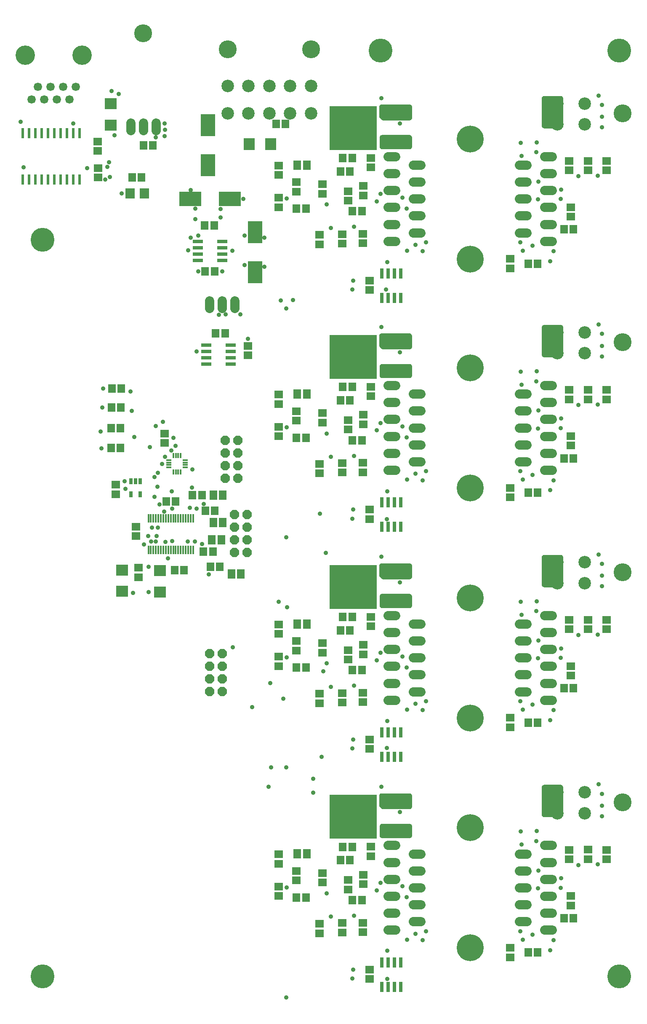
<source format=gbr>
G04 EAGLE Gerber RS-274X export*
G75*
%MOMM*%
%FSLAX34Y34*%
%LPD*%
%INSoldermask Top*%
%IPPOS*%
%AMOC8*
5,1,8,0,0,1.08239X$1,22.5*%
G01*
%ADD10C,4.800000*%
%ADD11C,3.600000*%
%ADD12R,1.760000X1.560000*%
%ADD13R,1.560000X1.760000*%
%ADD14C,1.828800*%
%ADD15R,1.060000X0.360000*%
%ADD16R,0.360000X1.060000*%
%ADD17R,0.612963X2.023363*%
%ADD18R,2.020819X0.718919*%
%ADD19R,0.360000X1.760000*%
%ADD20R,0.660000X1.310000*%
%ADD21R,1.560000X1.860000*%
%ADD22R,1.920000X2.123000*%
%ADD23C,1.689600*%
%ADD24C,3.901438*%
%ADD25R,3.000000X4.500000*%
%ADD26R,4.500000X3.000000*%
%ADD27R,2.243997X2.373997*%
%ADD28R,2.373997X2.243997*%
%ADD29P,1.979475X8X292.500000*%
%ADD30C,2.520000*%
%ADD31R,0.718919X2.020819*%
%ADD32R,4.134000X1.944000*%
%ADD33R,9.510000X8.870000*%
%ADD34C,5.400000*%
%ADD35P,1.979475X8X112.500000*%
%ADD36C,0.907681*%

G36*
X1112185Y1774012D02*
X1112185Y1774012D01*
X1112370Y1774014D01*
X1112500Y1774032D01*
X1112631Y1774041D01*
X1112812Y1774076D01*
X1112996Y1774101D01*
X1113122Y1774135D01*
X1113252Y1774160D01*
X1113428Y1774218D01*
X1113606Y1774266D01*
X1113727Y1774316D01*
X1113852Y1774357D01*
X1114020Y1774436D01*
X1114190Y1774506D01*
X1114305Y1774571D01*
X1114423Y1774627D01*
X1114579Y1774727D01*
X1114740Y1774819D01*
X1114845Y1774897D01*
X1114956Y1774968D01*
X1115098Y1775087D01*
X1115246Y1775198D01*
X1115340Y1775289D01*
X1115441Y1775373D01*
X1115567Y1775509D01*
X1115700Y1775638D01*
X1115782Y1775740D01*
X1115871Y1775837D01*
X1115979Y1775987D01*
X1116094Y1776131D01*
X1116163Y1776244D01*
X1116239Y1776350D01*
X1116327Y1776513D01*
X1116424Y1776671D01*
X1116477Y1776791D01*
X1116540Y1776906D01*
X1116606Y1777079D01*
X1116682Y1777248D01*
X1116720Y1777373D01*
X1116768Y1777496D01*
X1116812Y1777676D01*
X1116866Y1777853D01*
X1116888Y1777982D01*
X1116919Y1778110D01*
X1116941Y1778293D01*
X1116972Y1778476D01*
X1116980Y1778629D01*
X1116992Y1778737D01*
X1116991Y1778846D01*
X1116999Y1779000D01*
X1116999Y1834000D01*
X1116988Y1834185D01*
X1116986Y1834370D01*
X1116968Y1834500D01*
X1116959Y1834631D01*
X1116924Y1834812D01*
X1116899Y1834996D01*
X1116865Y1835122D01*
X1116840Y1835252D01*
X1116782Y1835428D01*
X1116734Y1835606D01*
X1116684Y1835727D01*
X1116643Y1835852D01*
X1116564Y1836020D01*
X1116494Y1836190D01*
X1116429Y1836305D01*
X1116373Y1836423D01*
X1116273Y1836579D01*
X1116182Y1836740D01*
X1116103Y1836845D01*
X1116032Y1836956D01*
X1115913Y1837098D01*
X1115802Y1837246D01*
X1115711Y1837340D01*
X1115627Y1837441D01*
X1115491Y1837567D01*
X1115362Y1837700D01*
X1115260Y1837782D01*
X1115163Y1837871D01*
X1115013Y1837979D01*
X1114869Y1838094D01*
X1114756Y1838163D01*
X1114650Y1838239D01*
X1114487Y1838327D01*
X1114329Y1838424D01*
X1114209Y1838477D01*
X1114094Y1838540D01*
X1113921Y1838606D01*
X1113752Y1838682D01*
X1113627Y1838720D01*
X1113504Y1838768D01*
X1113324Y1838812D01*
X1113147Y1838866D01*
X1113018Y1838888D01*
X1112890Y1838919D01*
X1112707Y1838941D01*
X1112524Y1838972D01*
X1112371Y1838980D01*
X1112263Y1838992D01*
X1112154Y1838991D01*
X1112000Y1838999D01*
X1079000Y1838999D01*
X1078815Y1838988D01*
X1078630Y1838986D01*
X1078500Y1838968D01*
X1078369Y1838959D01*
X1078188Y1838924D01*
X1078004Y1838899D01*
X1077878Y1838865D01*
X1077748Y1838840D01*
X1077572Y1838782D01*
X1077394Y1838734D01*
X1077273Y1838684D01*
X1077148Y1838643D01*
X1076980Y1838564D01*
X1076810Y1838494D01*
X1076695Y1838429D01*
X1076577Y1838373D01*
X1076421Y1838273D01*
X1076260Y1838182D01*
X1076155Y1838103D01*
X1076044Y1838032D01*
X1075902Y1837913D01*
X1075754Y1837802D01*
X1075660Y1837711D01*
X1075559Y1837627D01*
X1075433Y1837491D01*
X1075300Y1837362D01*
X1075218Y1837260D01*
X1075129Y1837163D01*
X1075021Y1837013D01*
X1074906Y1836869D01*
X1074837Y1836756D01*
X1074761Y1836650D01*
X1074673Y1836487D01*
X1074576Y1836329D01*
X1074523Y1836209D01*
X1074460Y1836094D01*
X1074394Y1835921D01*
X1074318Y1835752D01*
X1074280Y1835627D01*
X1074232Y1835504D01*
X1074188Y1835324D01*
X1074134Y1835147D01*
X1074112Y1835018D01*
X1074081Y1834890D01*
X1074059Y1834707D01*
X1074028Y1834524D01*
X1074020Y1834371D01*
X1074008Y1834263D01*
X1074008Y1834255D01*
X1074008Y1834254D01*
X1074009Y1834152D01*
X1074001Y1834000D01*
X1074001Y1779000D01*
X1074012Y1778815D01*
X1074014Y1778630D01*
X1074032Y1778500D01*
X1074041Y1778369D01*
X1074076Y1778188D01*
X1074101Y1778004D01*
X1074135Y1777878D01*
X1074160Y1777748D01*
X1074218Y1777572D01*
X1074266Y1777394D01*
X1074316Y1777273D01*
X1074357Y1777148D01*
X1074436Y1776980D01*
X1074506Y1776810D01*
X1074571Y1776695D01*
X1074627Y1776577D01*
X1074727Y1776421D01*
X1074819Y1776260D01*
X1074897Y1776155D01*
X1074968Y1776044D01*
X1075087Y1775902D01*
X1075198Y1775754D01*
X1075289Y1775660D01*
X1075373Y1775559D01*
X1075509Y1775433D01*
X1075638Y1775300D01*
X1075740Y1775218D01*
X1075837Y1775129D01*
X1075987Y1775021D01*
X1076131Y1774906D01*
X1076244Y1774837D01*
X1076350Y1774761D01*
X1076513Y1774673D01*
X1076671Y1774576D01*
X1076791Y1774523D01*
X1076906Y1774460D01*
X1077079Y1774394D01*
X1077248Y1774318D01*
X1077373Y1774280D01*
X1077496Y1774232D01*
X1077676Y1774188D01*
X1077853Y1774134D01*
X1077982Y1774112D01*
X1078110Y1774081D01*
X1078293Y1774059D01*
X1078476Y1774028D01*
X1078629Y1774020D01*
X1078737Y1774008D01*
X1078846Y1774009D01*
X1079000Y1774001D01*
X1112000Y1774001D01*
X1112185Y1774012D01*
G37*
G36*
X1112185Y1314012D02*
X1112185Y1314012D01*
X1112370Y1314014D01*
X1112500Y1314032D01*
X1112631Y1314041D01*
X1112812Y1314076D01*
X1112996Y1314101D01*
X1113122Y1314135D01*
X1113252Y1314160D01*
X1113428Y1314218D01*
X1113606Y1314266D01*
X1113727Y1314316D01*
X1113852Y1314357D01*
X1114020Y1314436D01*
X1114190Y1314506D01*
X1114305Y1314571D01*
X1114423Y1314627D01*
X1114579Y1314727D01*
X1114740Y1314819D01*
X1114845Y1314897D01*
X1114956Y1314968D01*
X1115098Y1315087D01*
X1115246Y1315198D01*
X1115340Y1315289D01*
X1115441Y1315373D01*
X1115567Y1315509D01*
X1115700Y1315638D01*
X1115782Y1315740D01*
X1115871Y1315837D01*
X1115979Y1315987D01*
X1116094Y1316131D01*
X1116163Y1316244D01*
X1116239Y1316350D01*
X1116327Y1316513D01*
X1116424Y1316671D01*
X1116477Y1316791D01*
X1116540Y1316906D01*
X1116606Y1317079D01*
X1116682Y1317248D01*
X1116720Y1317373D01*
X1116768Y1317496D01*
X1116812Y1317676D01*
X1116866Y1317853D01*
X1116888Y1317982D01*
X1116919Y1318110D01*
X1116941Y1318293D01*
X1116972Y1318476D01*
X1116980Y1318629D01*
X1116992Y1318737D01*
X1116991Y1318846D01*
X1116999Y1319000D01*
X1116999Y1374000D01*
X1116988Y1374185D01*
X1116986Y1374370D01*
X1116968Y1374500D01*
X1116959Y1374631D01*
X1116924Y1374812D01*
X1116899Y1374996D01*
X1116865Y1375122D01*
X1116840Y1375252D01*
X1116782Y1375428D01*
X1116734Y1375606D01*
X1116684Y1375727D01*
X1116643Y1375852D01*
X1116564Y1376020D01*
X1116494Y1376190D01*
X1116429Y1376305D01*
X1116373Y1376423D01*
X1116273Y1376579D01*
X1116182Y1376740D01*
X1116103Y1376845D01*
X1116032Y1376956D01*
X1115913Y1377098D01*
X1115802Y1377246D01*
X1115711Y1377340D01*
X1115627Y1377441D01*
X1115491Y1377567D01*
X1115362Y1377700D01*
X1115260Y1377782D01*
X1115163Y1377871D01*
X1115013Y1377979D01*
X1114869Y1378094D01*
X1114756Y1378163D01*
X1114650Y1378239D01*
X1114487Y1378327D01*
X1114329Y1378424D01*
X1114209Y1378477D01*
X1114094Y1378540D01*
X1113921Y1378606D01*
X1113752Y1378682D01*
X1113627Y1378720D01*
X1113504Y1378768D01*
X1113324Y1378812D01*
X1113147Y1378866D01*
X1113018Y1378888D01*
X1112890Y1378919D01*
X1112707Y1378941D01*
X1112524Y1378972D01*
X1112371Y1378980D01*
X1112263Y1378992D01*
X1112154Y1378991D01*
X1112000Y1378999D01*
X1079000Y1378999D01*
X1078815Y1378988D01*
X1078630Y1378986D01*
X1078500Y1378968D01*
X1078369Y1378959D01*
X1078188Y1378924D01*
X1078004Y1378899D01*
X1077878Y1378865D01*
X1077748Y1378840D01*
X1077572Y1378782D01*
X1077394Y1378734D01*
X1077273Y1378684D01*
X1077148Y1378643D01*
X1076980Y1378564D01*
X1076810Y1378494D01*
X1076695Y1378429D01*
X1076577Y1378373D01*
X1076421Y1378273D01*
X1076260Y1378182D01*
X1076155Y1378103D01*
X1076044Y1378032D01*
X1075902Y1377913D01*
X1075754Y1377802D01*
X1075660Y1377711D01*
X1075559Y1377627D01*
X1075433Y1377491D01*
X1075300Y1377362D01*
X1075218Y1377260D01*
X1075129Y1377163D01*
X1075021Y1377013D01*
X1074906Y1376869D01*
X1074837Y1376756D01*
X1074761Y1376650D01*
X1074673Y1376487D01*
X1074576Y1376329D01*
X1074523Y1376209D01*
X1074460Y1376094D01*
X1074394Y1375921D01*
X1074318Y1375752D01*
X1074280Y1375627D01*
X1074232Y1375504D01*
X1074188Y1375324D01*
X1074134Y1375147D01*
X1074112Y1375018D01*
X1074081Y1374890D01*
X1074059Y1374707D01*
X1074028Y1374524D01*
X1074020Y1374371D01*
X1074008Y1374263D01*
X1074008Y1374255D01*
X1074008Y1374254D01*
X1074009Y1374152D01*
X1074001Y1374000D01*
X1074001Y1319000D01*
X1074012Y1318815D01*
X1074014Y1318630D01*
X1074032Y1318500D01*
X1074041Y1318369D01*
X1074076Y1318188D01*
X1074101Y1318004D01*
X1074135Y1317878D01*
X1074160Y1317748D01*
X1074218Y1317572D01*
X1074266Y1317394D01*
X1074316Y1317273D01*
X1074357Y1317148D01*
X1074436Y1316980D01*
X1074506Y1316810D01*
X1074571Y1316695D01*
X1074627Y1316577D01*
X1074727Y1316421D01*
X1074819Y1316260D01*
X1074897Y1316155D01*
X1074968Y1316044D01*
X1075087Y1315902D01*
X1075198Y1315754D01*
X1075289Y1315660D01*
X1075373Y1315559D01*
X1075509Y1315433D01*
X1075638Y1315300D01*
X1075740Y1315218D01*
X1075837Y1315129D01*
X1075987Y1315021D01*
X1076131Y1314906D01*
X1076244Y1314837D01*
X1076350Y1314761D01*
X1076513Y1314673D01*
X1076671Y1314576D01*
X1076791Y1314523D01*
X1076906Y1314460D01*
X1077079Y1314394D01*
X1077248Y1314318D01*
X1077373Y1314280D01*
X1077496Y1314232D01*
X1077676Y1314188D01*
X1077853Y1314134D01*
X1077982Y1314112D01*
X1078110Y1314081D01*
X1078293Y1314059D01*
X1078476Y1314028D01*
X1078629Y1314020D01*
X1078737Y1314008D01*
X1078846Y1314009D01*
X1079000Y1314001D01*
X1112000Y1314001D01*
X1112185Y1314012D01*
G37*
G36*
X1112185Y852012D02*
X1112185Y852012D01*
X1112370Y852014D01*
X1112500Y852032D01*
X1112631Y852041D01*
X1112812Y852076D01*
X1112996Y852101D01*
X1113122Y852135D01*
X1113252Y852160D01*
X1113428Y852218D01*
X1113606Y852266D01*
X1113727Y852316D01*
X1113852Y852357D01*
X1114020Y852436D01*
X1114190Y852506D01*
X1114305Y852571D01*
X1114423Y852627D01*
X1114579Y852727D01*
X1114740Y852819D01*
X1114845Y852897D01*
X1114956Y852968D01*
X1115098Y853087D01*
X1115246Y853198D01*
X1115340Y853289D01*
X1115441Y853373D01*
X1115567Y853509D01*
X1115700Y853638D01*
X1115782Y853740D01*
X1115871Y853837D01*
X1115979Y853987D01*
X1116094Y854131D01*
X1116163Y854244D01*
X1116239Y854350D01*
X1116327Y854513D01*
X1116424Y854671D01*
X1116477Y854791D01*
X1116540Y854906D01*
X1116606Y855079D01*
X1116682Y855248D01*
X1116720Y855373D01*
X1116768Y855496D01*
X1116812Y855676D01*
X1116866Y855853D01*
X1116888Y855982D01*
X1116919Y856110D01*
X1116941Y856293D01*
X1116972Y856476D01*
X1116980Y856629D01*
X1116992Y856737D01*
X1116991Y856846D01*
X1116999Y857000D01*
X1116999Y912000D01*
X1116988Y912185D01*
X1116986Y912370D01*
X1116968Y912500D01*
X1116959Y912631D01*
X1116924Y912812D01*
X1116899Y912996D01*
X1116865Y913122D01*
X1116840Y913252D01*
X1116782Y913428D01*
X1116734Y913606D01*
X1116684Y913727D01*
X1116643Y913852D01*
X1116564Y914020D01*
X1116494Y914190D01*
X1116429Y914305D01*
X1116373Y914423D01*
X1116273Y914579D01*
X1116182Y914740D01*
X1116103Y914845D01*
X1116032Y914956D01*
X1115913Y915098D01*
X1115802Y915246D01*
X1115711Y915340D01*
X1115627Y915441D01*
X1115491Y915567D01*
X1115362Y915700D01*
X1115260Y915782D01*
X1115163Y915871D01*
X1115013Y915979D01*
X1114869Y916094D01*
X1114756Y916163D01*
X1114650Y916239D01*
X1114487Y916327D01*
X1114329Y916424D01*
X1114209Y916477D01*
X1114094Y916540D01*
X1113921Y916606D01*
X1113752Y916682D01*
X1113627Y916720D01*
X1113504Y916768D01*
X1113324Y916812D01*
X1113147Y916866D01*
X1113018Y916888D01*
X1112890Y916919D01*
X1112707Y916941D01*
X1112524Y916972D01*
X1112371Y916980D01*
X1112263Y916992D01*
X1112154Y916991D01*
X1112000Y916999D01*
X1079000Y916999D01*
X1078815Y916988D01*
X1078630Y916986D01*
X1078500Y916968D01*
X1078369Y916959D01*
X1078188Y916924D01*
X1078004Y916899D01*
X1077878Y916865D01*
X1077748Y916840D01*
X1077572Y916782D01*
X1077394Y916734D01*
X1077273Y916684D01*
X1077148Y916643D01*
X1076980Y916564D01*
X1076810Y916494D01*
X1076695Y916429D01*
X1076577Y916373D01*
X1076421Y916273D01*
X1076260Y916182D01*
X1076155Y916103D01*
X1076044Y916032D01*
X1075902Y915913D01*
X1075754Y915802D01*
X1075660Y915711D01*
X1075559Y915627D01*
X1075433Y915491D01*
X1075300Y915362D01*
X1075218Y915260D01*
X1075129Y915163D01*
X1075021Y915013D01*
X1074906Y914869D01*
X1074837Y914756D01*
X1074761Y914650D01*
X1074673Y914487D01*
X1074576Y914329D01*
X1074523Y914209D01*
X1074460Y914094D01*
X1074394Y913921D01*
X1074318Y913752D01*
X1074280Y913627D01*
X1074232Y913504D01*
X1074188Y913324D01*
X1074134Y913147D01*
X1074112Y913018D01*
X1074081Y912890D01*
X1074059Y912707D01*
X1074028Y912524D01*
X1074020Y912371D01*
X1074008Y912263D01*
X1074008Y912255D01*
X1074008Y912254D01*
X1074009Y912152D01*
X1074001Y912000D01*
X1074001Y857000D01*
X1074012Y856815D01*
X1074014Y856630D01*
X1074032Y856500D01*
X1074041Y856369D01*
X1074076Y856188D01*
X1074101Y856004D01*
X1074135Y855878D01*
X1074160Y855748D01*
X1074218Y855572D01*
X1074266Y855394D01*
X1074316Y855273D01*
X1074357Y855148D01*
X1074436Y854980D01*
X1074506Y854810D01*
X1074571Y854695D01*
X1074627Y854577D01*
X1074727Y854421D01*
X1074819Y854260D01*
X1074897Y854155D01*
X1074968Y854044D01*
X1075087Y853902D01*
X1075198Y853754D01*
X1075289Y853660D01*
X1075373Y853559D01*
X1075509Y853433D01*
X1075638Y853300D01*
X1075740Y853218D01*
X1075837Y853129D01*
X1075987Y853021D01*
X1076131Y852906D01*
X1076244Y852837D01*
X1076350Y852761D01*
X1076513Y852673D01*
X1076671Y852576D01*
X1076791Y852523D01*
X1076906Y852460D01*
X1077079Y852394D01*
X1077248Y852318D01*
X1077373Y852280D01*
X1077496Y852232D01*
X1077676Y852188D01*
X1077853Y852134D01*
X1077982Y852112D01*
X1078110Y852081D01*
X1078293Y852059D01*
X1078476Y852028D01*
X1078629Y852020D01*
X1078737Y852008D01*
X1078846Y852009D01*
X1079000Y852001D01*
X1112000Y852001D01*
X1112185Y852012D01*
G37*
G36*
X1112185Y390012D02*
X1112185Y390012D01*
X1112370Y390014D01*
X1112500Y390032D01*
X1112631Y390041D01*
X1112812Y390076D01*
X1112996Y390101D01*
X1113122Y390135D01*
X1113252Y390160D01*
X1113428Y390218D01*
X1113606Y390266D01*
X1113727Y390316D01*
X1113852Y390357D01*
X1114020Y390436D01*
X1114190Y390506D01*
X1114305Y390571D01*
X1114423Y390627D01*
X1114579Y390727D01*
X1114740Y390819D01*
X1114845Y390897D01*
X1114956Y390968D01*
X1115098Y391087D01*
X1115246Y391198D01*
X1115340Y391289D01*
X1115441Y391373D01*
X1115567Y391509D01*
X1115700Y391638D01*
X1115782Y391740D01*
X1115871Y391837D01*
X1115979Y391987D01*
X1116094Y392131D01*
X1116163Y392244D01*
X1116239Y392350D01*
X1116327Y392513D01*
X1116424Y392671D01*
X1116477Y392791D01*
X1116540Y392906D01*
X1116606Y393079D01*
X1116682Y393248D01*
X1116720Y393373D01*
X1116768Y393496D01*
X1116812Y393676D01*
X1116866Y393853D01*
X1116888Y393982D01*
X1116919Y394110D01*
X1116941Y394293D01*
X1116972Y394476D01*
X1116980Y394629D01*
X1116992Y394737D01*
X1116991Y394846D01*
X1116999Y395000D01*
X1116999Y450000D01*
X1116988Y450185D01*
X1116986Y450370D01*
X1116968Y450500D01*
X1116959Y450631D01*
X1116924Y450812D01*
X1116899Y450996D01*
X1116865Y451122D01*
X1116840Y451252D01*
X1116782Y451428D01*
X1116734Y451606D01*
X1116684Y451727D01*
X1116643Y451852D01*
X1116564Y452020D01*
X1116494Y452190D01*
X1116429Y452305D01*
X1116373Y452423D01*
X1116273Y452579D01*
X1116182Y452740D01*
X1116103Y452845D01*
X1116032Y452956D01*
X1115913Y453098D01*
X1115802Y453246D01*
X1115711Y453340D01*
X1115627Y453441D01*
X1115491Y453567D01*
X1115362Y453700D01*
X1115260Y453782D01*
X1115163Y453871D01*
X1115013Y453979D01*
X1114869Y454094D01*
X1114756Y454163D01*
X1114650Y454239D01*
X1114487Y454327D01*
X1114329Y454424D01*
X1114209Y454477D01*
X1114094Y454540D01*
X1113921Y454606D01*
X1113752Y454682D01*
X1113627Y454720D01*
X1113504Y454768D01*
X1113324Y454812D01*
X1113147Y454866D01*
X1113018Y454888D01*
X1112890Y454919D01*
X1112707Y454941D01*
X1112524Y454972D01*
X1112371Y454980D01*
X1112263Y454992D01*
X1112154Y454991D01*
X1112000Y454999D01*
X1079000Y454999D01*
X1078815Y454988D01*
X1078630Y454986D01*
X1078500Y454968D01*
X1078369Y454959D01*
X1078188Y454924D01*
X1078004Y454899D01*
X1077878Y454865D01*
X1077748Y454840D01*
X1077572Y454782D01*
X1077394Y454734D01*
X1077273Y454684D01*
X1077148Y454643D01*
X1076980Y454564D01*
X1076810Y454494D01*
X1076695Y454429D01*
X1076577Y454373D01*
X1076421Y454273D01*
X1076260Y454182D01*
X1076155Y454103D01*
X1076044Y454032D01*
X1075902Y453913D01*
X1075754Y453802D01*
X1075660Y453711D01*
X1075559Y453627D01*
X1075433Y453491D01*
X1075300Y453362D01*
X1075218Y453260D01*
X1075129Y453163D01*
X1075021Y453013D01*
X1074906Y452869D01*
X1074837Y452756D01*
X1074761Y452650D01*
X1074673Y452487D01*
X1074576Y452329D01*
X1074523Y452209D01*
X1074460Y452094D01*
X1074394Y451921D01*
X1074318Y451752D01*
X1074280Y451627D01*
X1074232Y451504D01*
X1074188Y451324D01*
X1074134Y451147D01*
X1074112Y451018D01*
X1074081Y450890D01*
X1074059Y450707D01*
X1074028Y450524D01*
X1074020Y450371D01*
X1074008Y450263D01*
X1074008Y450255D01*
X1074008Y450254D01*
X1074009Y450152D01*
X1074001Y450000D01*
X1074001Y395000D01*
X1074012Y394815D01*
X1074014Y394630D01*
X1074032Y394500D01*
X1074041Y394369D01*
X1074076Y394188D01*
X1074101Y394004D01*
X1074135Y393878D01*
X1074160Y393748D01*
X1074218Y393572D01*
X1074266Y393394D01*
X1074316Y393273D01*
X1074357Y393148D01*
X1074436Y392980D01*
X1074506Y392810D01*
X1074571Y392695D01*
X1074627Y392577D01*
X1074727Y392421D01*
X1074819Y392260D01*
X1074897Y392155D01*
X1074968Y392044D01*
X1075087Y391902D01*
X1075198Y391754D01*
X1075289Y391660D01*
X1075373Y391559D01*
X1075509Y391433D01*
X1075638Y391300D01*
X1075740Y391218D01*
X1075837Y391129D01*
X1075987Y391021D01*
X1076131Y390906D01*
X1076244Y390837D01*
X1076350Y390761D01*
X1076513Y390673D01*
X1076671Y390576D01*
X1076791Y390523D01*
X1076906Y390460D01*
X1077079Y390394D01*
X1077248Y390318D01*
X1077373Y390280D01*
X1077496Y390232D01*
X1077676Y390188D01*
X1077853Y390134D01*
X1077982Y390112D01*
X1078110Y390081D01*
X1078293Y390059D01*
X1078476Y390028D01*
X1078629Y390020D01*
X1078737Y390008D01*
X1078846Y390009D01*
X1079000Y390001D01*
X1112000Y390001D01*
X1112185Y390012D01*
G37*
G36*
X808185Y1790012D02*
X808185Y1790012D01*
X808370Y1790014D01*
X808500Y1790032D01*
X808631Y1790041D01*
X808812Y1790076D01*
X808996Y1790101D01*
X809122Y1790135D01*
X809252Y1790160D01*
X809428Y1790218D01*
X809606Y1790266D01*
X809727Y1790316D01*
X809852Y1790357D01*
X810020Y1790436D01*
X810190Y1790506D01*
X810305Y1790571D01*
X810423Y1790627D01*
X810579Y1790727D01*
X810740Y1790819D01*
X810845Y1790897D01*
X810956Y1790968D01*
X811098Y1791087D01*
X811246Y1791198D01*
X811340Y1791289D01*
X811441Y1791373D01*
X811567Y1791509D01*
X811700Y1791638D01*
X811782Y1791740D01*
X811871Y1791837D01*
X811979Y1791987D01*
X812094Y1792131D01*
X812163Y1792244D01*
X812239Y1792350D01*
X812327Y1792513D01*
X812424Y1792671D01*
X812477Y1792791D01*
X812540Y1792906D01*
X812606Y1793079D01*
X812682Y1793248D01*
X812720Y1793373D01*
X812768Y1793496D01*
X812812Y1793676D01*
X812866Y1793853D01*
X812888Y1793982D01*
X812919Y1794110D01*
X812941Y1794293D01*
X812972Y1794476D01*
X812980Y1794629D01*
X812992Y1794737D01*
X812991Y1794846D01*
X812999Y1795000D01*
X812999Y1817000D01*
X812988Y1817185D01*
X812986Y1817370D01*
X812968Y1817500D01*
X812959Y1817631D01*
X812924Y1817812D01*
X812899Y1817996D01*
X812865Y1818122D01*
X812840Y1818252D01*
X812782Y1818428D01*
X812734Y1818606D01*
X812684Y1818727D01*
X812643Y1818852D01*
X812564Y1819020D01*
X812494Y1819190D01*
X812429Y1819305D01*
X812373Y1819423D01*
X812273Y1819579D01*
X812182Y1819740D01*
X812103Y1819845D01*
X812032Y1819956D01*
X811913Y1820098D01*
X811802Y1820246D01*
X811711Y1820340D01*
X811627Y1820441D01*
X811491Y1820567D01*
X811362Y1820700D01*
X811260Y1820782D01*
X811163Y1820871D01*
X811013Y1820979D01*
X810869Y1821094D01*
X810756Y1821163D01*
X810650Y1821239D01*
X810487Y1821327D01*
X810329Y1821424D01*
X810209Y1821477D01*
X810094Y1821540D01*
X809921Y1821606D01*
X809752Y1821682D01*
X809627Y1821720D01*
X809504Y1821768D01*
X809324Y1821812D01*
X809147Y1821866D01*
X809018Y1821888D01*
X808890Y1821919D01*
X808707Y1821941D01*
X808524Y1821972D01*
X808371Y1821980D01*
X808263Y1821992D01*
X808154Y1821991D01*
X808000Y1821999D01*
X752000Y1821999D01*
X751815Y1821988D01*
X751630Y1821986D01*
X751500Y1821968D01*
X751369Y1821959D01*
X751188Y1821924D01*
X751004Y1821899D01*
X750878Y1821865D01*
X750748Y1821840D01*
X750572Y1821782D01*
X750394Y1821734D01*
X750273Y1821684D01*
X750148Y1821643D01*
X749980Y1821564D01*
X749810Y1821494D01*
X749695Y1821429D01*
X749577Y1821373D01*
X749421Y1821273D01*
X749260Y1821182D01*
X749155Y1821103D01*
X749044Y1821032D01*
X748902Y1820913D01*
X748754Y1820802D01*
X748660Y1820711D01*
X748559Y1820627D01*
X748433Y1820491D01*
X748300Y1820362D01*
X748218Y1820260D01*
X748129Y1820163D01*
X748021Y1820013D01*
X747906Y1819869D01*
X747837Y1819756D01*
X747761Y1819650D01*
X747673Y1819487D01*
X747576Y1819329D01*
X747523Y1819209D01*
X747460Y1819094D01*
X747394Y1818921D01*
X747318Y1818752D01*
X747280Y1818627D01*
X747232Y1818504D01*
X747188Y1818324D01*
X747134Y1818147D01*
X747112Y1818018D01*
X747081Y1817890D01*
X747059Y1817707D01*
X747028Y1817524D01*
X747020Y1817371D01*
X747008Y1817263D01*
X747009Y1817154D01*
X747001Y1817000D01*
X747001Y1798000D01*
X747008Y1797881D01*
X747006Y1797762D01*
X747028Y1797566D01*
X747041Y1797369D01*
X747063Y1797252D01*
X747076Y1797133D01*
X747123Y1796942D01*
X747160Y1796748D01*
X747197Y1796635D01*
X747225Y1796519D01*
X747295Y1796335D01*
X747357Y1796148D01*
X747408Y1796040D01*
X747450Y1795928D01*
X747543Y1795755D01*
X747627Y1795577D01*
X747692Y1795476D01*
X747748Y1795371D01*
X747862Y1795210D01*
X747968Y1795044D01*
X748045Y1794952D01*
X748114Y1794855D01*
X748284Y1794667D01*
X748373Y1794559D01*
X748416Y1794520D01*
X748465Y1794465D01*
X751465Y1791465D01*
X751554Y1791386D01*
X751638Y1791300D01*
X751792Y1791177D01*
X751939Y1791047D01*
X752038Y1790980D01*
X752131Y1790906D01*
X752300Y1790803D01*
X752463Y1790693D01*
X752569Y1790639D01*
X752671Y1790576D01*
X752851Y1790496D01*
X753026Y1790407D01*
X753139Y1790367D01*
X753248Y1790318D01*
X753436Y1790261D01*
X753622Y1790195D01*
X753738Y1790169D01*
X753853Y1790134D01*
X754047Y1790101D01*
X754239Y1790059D01*
X754358Y1790048D01*
X754476Y1790028D01*
X754729Y1790015D01*
X754869Y1790002D01*
X754927Y1790005D01*
X755000Y1790001D01*
X808000Y1790001D01*
X808185Y1790012D01*
G37*
G36*
X808185Y1330012D02*
X808185Y1330012D01*
X808370Y1330014D01*
X808500Y1330032D01*
X808631Y1330041D01*
X808812Y1330076D01*
X808996Y1330101D01*
X809122Y1330135D01*
X809252Y1330160D01*
X809428Y1330218D01*
X809606Y1330266D01*
X809727Y1330316D01*
X809852Y1330357D01*
X810020Y1330436D01*
X810190Y1330506D01*
X810305Y1330571D01*
X810423Y1330627D01*
X810579Y1330727D01*
X810740Y1330819D01*
X810845Y1330897D01*
X810956Y1330968D01*
X811098Y1331087D01*
X811246Y1331198D01*
X811340Y1331289D01*
X811441Y1331373D01*
X811567Y1331509D01*
X811700Y1331638D01*
X811782Y1331740D01*
X811871Y1331837D01*
X811979Y1331987D01*
X812094Y1332131D01*
X812163Y1332244D01*
X812239Y1332350D01*
X812327Y1332513D01*
X812424Y1332671D01*
X812477Y1332791D01*
X812540Y1332906D01*
X812606Y1333079D01*
X812682Y1333248D01*
X812720Y1333373D01*
X812768Y1333496D01*
X812812Y1333676D01*
X812866Y1333853D01*
X812888Y1333982D01*
X812919Y1334110D01*
X812941Y1334293D01*
X812972Y1334476D01*
X812980Y1334629D01*
X812992Y1334737D01*
X812991Y1334846D01*
X812999Y1335000D01*
X812999Y1357000D01*
X812988Y1357185D01*
X812986Y1357370D01*
X812968Y1357500D01*
X812959Y1357631D01*
X812924Y1357812D01*
X812899Y1357996D01*
X812865Y1358122D01*
X812840Y1358252D01*
X812782Y1358428D01*
X812734Y1358606D01*
X812684Y1358727D01*
X812643Y1358852D01*
X812564Y1359020D01*
X812494Y1359190D01*
X812429Y1359305D01*
X812373Y1359423D01*
X812273Y1359579D01*
X812182Y1359740D01*
X812103Y1359845D01*
X812032Y1359956D01*
X811913Y1360098D01*
X811802Y1360246D01*
X811711Y1360340D01*
X811627Y1360441D01*
X811491Y1360567D01*
X811362Y1360700D01*
X811260Y1360782D01*
X811163Y1360871D01*
X811013Y1360979D01*
X810869Y1361094D01*
X810756Y1361163D01*
X810650Y1361239D01*
X810487Y1361327D01*
X810329Y1361424D01*
X810209Y1361477D01*
X810094Y1361540D01*
X809921Y1361606D01*
X809752Y1361682D01*
X809627Y1361720D01*
X809504Y1361768D01*
X809324Y1361812D01*
X809147Y1361866D01*
X809018Y1361888D01*
X808890Y1361919D01*
X808707Y1361941D01*
X808524Y1361972D01*
X808371Y1361980D01*
X808263Y1361992D01*
X808154Y1361991D01*
X808000Y1361999D01*
X752000Y1361999D01*
X751815Y1361988D01*
X751630Y1361986D01*
X751500Y1361968D01*
X751369Y1361959D01*
X751188Y1361924D01*
X751004Y1361899D01*
X750878Y1361865D01*
X750748Y1361840D01*
X750572Y1361782D01*
X750394Y1361734D01*
X750273Y1361684D01*
X750148Y1361643D01*
X749980Y1361564D01*
X749810Y1361494D01*
X749695Y1361429D01*
X749577Y1361373D01*
X749421Y1361273D01*
X749260Y1361182D01*
X749155Y1361103D01*
X749044Y1361032D01*
X748902Y1360913D01*
X748754Y1360802D01*
X748660Y1360711D01*
X748559Y1360627D01*
X748433Y1360491D01*
X748300Y1360362D01*
X748218Y1360260D01*
X748129Y1360163D01*
X748021Y1360013D01*
X747906Y1359869D01*
X747837Y1359756D01*
X747761Y1359650D01*
X747673Y1359487D01*
X747576Y1359329D01*
X747523Y1359209D01*
X747460Y1359094D01*
X747394Y1358921D01*
X747318Y1358752D01*
X747280Y1358627D01*
X747232Y1358504D01*
X747188Y1358324D01*
X747134Y1358147D01*
X747112Y1358018D01*
X747081Y1357890D01*
X747059Y1357707D01*
X747028Y1357524D01*
X747020Y1357371D01*
X747008Y1357263D01*
X747009Y1357154D01*
X747001Y1357000D01*
X747001Y1338000D01*
X747008Y1337881D01*
X747006Y1337762D01*
X747028Y1337566D01*
X747041Y1337369D01*
X747063Y1337252D01*
X747076Y1337133D01*
X747123Y1336942D01*
X747160Y1336748D01*
X747197Y1336635D01*
X747225Y1336519D01*
X747295Y1336335D01*
X747357Y1336148D01*
X747408Y1336040D01*
X747450Y1335928D01*
X747543Y1335755D01*
X747627Y1335577D01*
X747692Y1335476D01*
X747748Y1335371D01*
X747862Y1335210D01*
X747968Y1335044D01*
X748045Y1334952D01*
X748114Y1334855D01*
X748284Y1334667D01*
X748373Y1334559D01*
X748416Y1334520D01*
X748465Y1334465D01*
X751465Y1331465D01*
X751554Y1331386D01*
X751638Y1331300D01*
X751792Y1331177D01*
X751939Y1331047D01*
X752038Y1330980D01*
X752131Y1330906D01*
X752300Y1330803D01*
X752463Y1330693D01*
X752569Y1330639D01*
X752671Y1330576D01*
X752851Y1330496D01*
X753026Y1330407D01*
X753139Y1330367D01*
X753248Y1330318D01*
X753436Y1330261D01*
X753622Y1330195D01*
X753738Y1330169D01*
X753853Y1330134D01*
X754047Y1330101D01*
X754239Y1330059D01*
X754358Y1330048D01*
X754476Y1330028D01*
X754729Y1330015D01*
X754869Y1330002D01*
X754927Y1330005D01*
X755000Y1330001D01*
X808000Y1330001D01*
X808185Y1330012D01*
G37*
G36*
X808185Y868012D02*
X808185Y868012D01*
X808370Y868014D01*
X808500Y868032D01*
X808631Y868041D01*
X808812Y868076D01*
X808996Y868101D01*
X809122Y868135D01*
X809252Y868160D01*
X809428Y868218D01*
X809606Y868266D01*
X809727Y868316D01*
X809852Y868357D01*
X810020Y868436D01*
X810190Y868506D01*
X810305Y868571D01*
X810423Y868627D01*
X810579Y868727D01*
X810740Y868819D01*
X810845Y868897D01*
X810956Y868968D01*
X811098Y869087D01*
X811246Y869198D01*
X811340Y869289D01*
X811441Y869373D01*
X811567Y869509D01*
X811700Y869638D01*
X811782Y869740D01*
X811871Y869837D01*
X811979Y869987D01*
X812094Y870131D01*
X812163Y870244D01*
X812239Y870350D01*
X812327Y870513D01*
X812424Y870671D01*
X812477Y870791D01*
X812540Y870906D01*
X812606Y871079D01*
X812682Y871248D01*
X812720Y871373D01*
X812768Y871496D01*
X812812Y871676D01*
X812866Y871853D01*
X812888Y871982D01*
X812919Y872110D01*
X812941Y872293D01*
X812972Y872476D01*
X812980Y872629D01*
X812992Y872737D01*
X812991Y872846D01*
X812999Y873000D01*
X812999Y895000D01*
X812988Y895185D01*
X812986Y895370D01*
X812968Y895500D01*
X812959Y895631D01*
X812924Y895812D01*
X812899Y895996D01*
X812865Y896122D01*
X812840Y896252D01*
X812782Y896428D01*
X812734Y896606D01*
X812684Y896727D01*
X812643Y896852D01*
X812564Y897020D01*
X812494Y897190D01*
X812429Y897305D01*
X812373Y897423D01*
X812273Y897579D01*
X812182Y897740D01*
X812103Y897845D01*
X812032Y897956D01*
X811913Y898098D01*
X811802Y898246D01*
X811711Y898340D01*
X811627Y898441D01*
X811491Y898567D01*
X811362Y898700D01*
X811260Y898782D01*
X811163Y898871D01*
X811013Y898979D01*
X810869Y899094D01*
X810756Y899163D01*
X810650Y899239D01*
X810487Y899327D01*
X810329Y899424D01*
X810209Y899477D01*
X810094Y899540D01*
X809921Y899606D01*
X809752Y899682D01*
X809627Y899720D01*
X809504Y899768D01*
X809324Y899812D01*
X809147Y899866D01*
X809018Y899888D01*
X808890Y899919D01*
X808707Y899941D01*
X808524Y899972D01*
X808371Y899980D01*
X808263Y899992D01*
X808154Y899991D01*
X808000Y899999D01*
X752000Y899999D01*
X751815Y899988D01*
X751630Y899986D01*
X751500Y899968D01*
X751369Y899959D01*
X751188Y899924D01*
X751004Y899899D01*
X750878Y899865D01*
X750748Y899840D01*
X750572Y899782D01*
X750394Y899734D01*
X750273Y899684D01*
X750148Y899643D01*
X749980Y899564D01*
X749810Y899494D01*
X749695Y899429D01*
X749577Y899373D01*
X749421Y899273D01*
X749260Y899182D01*
X749155Y899103D01*
X749044Y899032D01*
X748902Y898913D01*
X748754Y898802D01*
X748660Y898711D01*
X748559Y898627D01*
X748433Y898491D01*
X748300Y898362D01*
X748218Y898260D01*
X748129Y898163D01*
X748021Y898013D01*
X747906Y897869D01*
X747837Y897756D01*
X747761Y897650D01*
X747673Y897487D01*
X747576Y897329D01*
X747523Y897209D01*
X747460Y897094D01*
X747394Y896921D01*
X747318Y896752D01*
X747280Y896627D01*
X747232Y896504D01*
X747188Y896324D01*
X747134Y896147D01*
X747112Y896018D01*
X747081Y895890D01*
X747059Y895707D01*
X747028Y895524D01*
X747020Y895371D01*
X747008Y895263D01*
X747009Y895154D01*
X747001Y895000D01*
X747001Y876000D01*
X747008Y875881D01*
X747006Y875762D01*
X747028Y875566D01*
X747041Y875369D01*
X747063Y875252D01*
X747076Y875133D01*
X747123Y874942D01*
X747160Y874748D01*
X747197Y874635D01*
X747225Y874519D01*
X747295Y874335D01*
X747357Y874148D01*
X747408Y874040D01*
X747450Y873928D01*
X747543Y873755D01*
X747627Y873577D01*
X747692Y873476D01*
X747748Y873371D01*
X747862Y873210D01*
X747968Y873044D01*
X748045Y872952D01*
X748114Y872855D01*
X748284Y872667D01*
X748373Y872559D01*
X748416Y872520D01*
X748465Y872465D01*
X751465Y869465D01*
X751554Y869386D01*
X751638Y869300D01*
X751792Y869177D01*
X751939Y869047D01*
X752038Y868980D01*
X752131Y868906D01*
X752300Y868803D01*
X752463Y868693D01*
X752569Y868639D01*
X752671Y868576D01*
X752851Y868496D01*
X753026Y868407D01*
X753139Y868367D01*
X753248Y868318D01*
X753436Y868261D01*
X753622Y868195D01*
X753738Y868169D01*
X753853Y868134D01*
X754047Y868101D01*
X754239Y868059D01*
X754358Y868048D01*
X754476Y868028D01*
X754729Y868015D01*
X754869Y868002D01*
X754927Y868005D01*
X755000Y868001D01*
X808000Y868001D01*
X808185Y868012D01*
G37*
G36*
X808185Y406012D02*
X808185Y406012D01*
X808370Y406014D01*
X808500Y406032D01*
X808631Y406041D01*
X808812Y406076D01*
X808996Y406101D01*
X809122Y406135D01*
X809252Y406160D01*
X809428Y406218D01*
X809606Y406266D01*
X809727Y406316D01*
X809852Y406357D01*
X810020Y406436D01*
X810190Y406506D01*
X810305Y406571D01*
X810423Y406627D01*
X810579Y406727D01*
X810740Y406819D01*
X810845Y406897D01*
X810956Y406968D01*
X811098Y407087D01*
X811246Y407198D01*
X811340Y407289D01*
X811441Y407373D01*
X811567Y407509D01*
X811700Y407638D01*
X811782Y407740D01*
X811871Y407837D01*
X811979Y407987D01*
X812094Y408131D01*
X812163Y408244D01*
X812239Y408350D01*
X812327Y408513D01*
X812424Y408671D01*
X812477Y408791D01*
X812540Y408906D01*
X812606Y409079D01*
X812682Y409248D01*
X812720Y409373D01*
X812768Y409496D01*
X812812Y409676D01*
X812866Y409853D01*
X812888Y409982D01*
X812919Y410110D01*
X812941Y410293D01*
X812972Y410476D01*
X812980Y410629D01*
X812992Y410737D01*
X812991Y410846D01*
X812999Y411000D01*
X812999Y433000D01*
X812988Y433185D01*
X812986Y433370D01*
X812968Y433500D01*
X812959Y433631D01*
X812924Y433812D01*
X812899Y433996D01*
X812865Y434122D01*
X812840Y434252D01*
X812782Y434428D01*
X812734Y434606D01*
X812684Y434727D01*
X812643Y434852D01*
X812564Y435020D01*
X812494Y435190D01*
X812429Y435305D01*
X812373Y435423D01*
X812273Y435579D01*
X812182Y435740D01*
X812103Y435845D01*
X812032Y435956D01*
X811913Y436098D01*
X811802Y436246D01*
X811711Y436340D01*
X811627Y436441D01*
X811491Y436567D01*
X811362Y436700D01*
X811260Y436782D01*
X811163Y436871D01*
X811013Y436979D01*
X810869Y437094D01*
X810756Y437163D01*
X810650Y437239D01*
X810487Y437327D01*
X810329Y437424D01*
X810209Y437477D01*
X810094Y437540D01*
X809921Y437606D01*
X809752Y437682D01*
X809627Y437720D01*
X809504Y437768D01*
X809324Y437812D01*
X809147Y437866D01*
X809018Y437888D01*
X808890Y437919D01*
X808707Y437941D01*
X808524Y437972D01*
X808371Y437980D01*
X808263Y437992D01*
X808154Y437991D01*
X808000Y437999D01*
X752000Y437999D01*
X751815Y437988D01*
X751630Y437986D01*
X751500Y437968D01*
X751369Y437959D01*
X751188Y437924D01*
X751004Y437899D01*
X750878Y437865D01*
X750748Y437840D01*
X750572Y437782D01*
X750394Y437734D01*
X750273Y437684D01*
X750148Y437643D01*
X749980Y437564D01*
X749810Y437494D01*
X749695Y437429D01*
X749577Y437373D01*
X749421Y437273D01*
X749260Y437182D01*
X749155Y437103D01*
X749044Y437032D01*
X748902Y436913D01*
X748754Y436802D01*
X748660Y436711D01*
X748559Y436627D01*
X748433Y436491D01*
X748300Y436362D01*
X748218Y436260D01*
X748129Y436163D01*
X748021Y436013D01*
X747906Y435869D01*
X747837Y435756D01*
X747761Y435650D01*
X747673Y435487D01*
X747576Y435329D01*
X747523Y435209D01*
X747460Y435094D01*
X747394Y434921D01*
X747318Y434752D01*
X747280Y434627D01*
X747232Y434504D01*
X747188Y434324D01*
X747134Y434147D01*
X747112Y434018D01*
X747081Y433890D01*
X747059Y433707D01*
X747028Y433524D01*
X747020Y433371D01*
X747008Y433263D01*
X747009Y433154D01*
X747001Y433000D01*
X747001Y414000D01*
X747008Y413881D01*
X747006Y413762D01*
X747028Y413566D01*
X747041Y413369D01*
X747063Y413252D01*
X747076Y413133D01*
X747123Y412942D01*
X747160Y412748D01*
X747197Y412635D01*
X747225Y412519D01*
X747295Y412335D01*
X747357Y412148D01*
X747408Y412040D01*
X747450Y411928D01*
X747543Y411755D01*
X747627Y411577D01*
X747692Y411476D01*
X747748Y411371D01*
X747862Y411210D01*
X747968Y411044D01*
X748045Y410952D01*
X748114Y410855D01*
X748284Y410667D01*
X748373Y410559D01*
X748416Y410520D01*
X748465Y410465D01*
X751465Y407465D01*
X751554Y407386D01*
X751638Y407300D01*
X751792Y407177D01*
X751939Y407047D01*
X752038Y406980D01*
X752131Y406906D01*
X752300Y406803D01*
X752463Y406693D01*
X752569Y406639D01*
X752671Y406576D01*
X752851Y406496D01*
X753026Y406407D01*
X753139Y406367D01*
X753248Y406318D01*
X753436Y406261D01*
X753622Y406195D01*
X753738Y406169D01*
X753853Y406134D01*
X754047Y406101D01*
X754239Y406059D01*
X754358Y406048D01*
X754476Y406028D01*
X754729Y406015D01*
X754869Y406002D01*
X754927Y406005D01*
X755000Y406001D01*
X808000Y406001D01*
X808185Y406012D01*
G37*
G36*
X808185Y1732012D02*
X808185Y1732012D01*
X808370Y1732014D01*
X808500Y1732032D01*
X808631Y1732041D01*
X808812Y1732076D01*
X808996Y1732101D01*
X809122Y1732135D01*
X809252Y1732160D01*
X809428Y1732218D01*
X809606Y1732266D01*
X809727Y1732316D01*
X809852Y1732357D01*
X810020Y1732436D01*
X810190Y1732506D01*
X810305Y1732571D01*
X810423Y1732627D01*
X810579Y1732727D01*
X810740Y1732819D01*
X810845Y1732897D01*
X810956Y1732968D01*
X811098Y1733087D01*
X811246Y1733198D01*
X811340Y1733289D01*
X811441Y1733373D01*
X811567Y1733509D01*
X811700Y1733638D01*
X811782Y1733740D01*
X811871Y1733837D01*
X811979Y1733987D01*
X812094Y1734131D01*
X812163Y1734244D01*
X812239Y1734350D01*
X812327Y1734513D01*
X812424Y1734671D01*
X812477Y1734791D01*
X812540Y1734906D01*
X812606Y1735079D01*
X812682Y1735248D01*
X812720Y1735373D01*
X812768Y1735496D01*
X812812Y1735676D01*
X812866Y1735853D01*
X812888Y1735982D01*
X812919Y1736110D01*
X812941Y1736293D01*
X812972Y1736476D01*
X812980Y1736629D01*
X812992Y1736737D01*
X812991Y1736846D01*
X812999Y1737000D01*
X812999Y1755667D01*
X812988Y1755851D01*
X812986Y1756036D01*
X812968Y1756166D01*
X812959Y1756297D01*
X812924Y1756479D01*
X812899Y1756662D01*
X812865Y1756789D01*
X812840Y1756918D01*
X812782Y1757094D01*
X812734Y1757273D01*
X812684Y1757394D01*
X812643Y1757519D01*
X812564Y1757686D01*
X812494Y1757857D01*
X812429Y1757971D01*
X812373Y1758090D01*
X812273Y1758246D01*
X812182Y1758407D01*
X812103Y1758512D01*
X812032Y1758622D01*
X811913Y1758765D01*
X811802Y1758912D01*
X811711Y1759007D01*
X811627Y1759108D01*
X811491Y1759233D01*
X811362Y1759366D01*
X811260Y1759448D01*
X811163Y1759538D01*
X811013Y1759645D01*
X810869Y1759761D01*
X810756Y1759830D01*
X810650Y1759906D01*
X810487Y1759994D01*
X810329Y1760090D01*
X810209Y1760144D01*
X810094Y1760206D01*
X809921Y1760273D01*
X809752Y1760349D01*
X809627Y1760387D01*
X809504Y1760434D01*
X809324Y1760479D01*
X809147Y1760532D01*
X809018Y1760554D01*
X808890Y1760586D01*
X808707Y1760607D01*
X808524Y1760638D01*
X808371Y1760646D01*
X808263Y1760659D01*
X808154Y1760658D01*
X808000Y1760666D01*
X753000Y1760666D01*
X752815Y1760654D01*
X752630Y1760652D01*
X752500Y1760634D01*
X752369Y1760626D01*
X752188Y1760591D01*
X752004Y1760566D01*
X751878Y1760532D01*
X751748Y1760507D01*
X751572Y1760449D01*
X751394Y1760401D01*
X751273Y1760351D01*
X751148Y1760310D01*
X750980Y1760231D01*
X750810Y1760160D01*
X750695Y1760096D01*
X750577Y1760039D01*
X750421Y1759939D01*
X750260Y1759848D01*
X750155Y1759769D01*
X750044Y1759699D01*
X749902Y1759580D01*
X749754Y1759469D01*
X749660Y1759378D01*
X749559Y1759293D01*
X749433Y1759158D01*
X749300Y1759029D01*
X749218Y1758926D01*
X749129Y1758830D01*
X749021Y1758680D01*
X748906Y1758535D01*
X748837Y1758423D01*
X748761Y1758316D01*
X748673Y1758154D01*
X748576Y1757996D01*
X748523Y1757876D01*
X748460Y1757760D01*
X748394Y1757588D01*
X748318Y1757419D01*
X748280Y1757293D01*
X748232Y1757171D01*
X748188Y1756991D01*
X748134Y1756814D01*
X748112Y1756684D01*
X748081Y1756557D01*
X748059Y1756374D01*
X748028Y1756191D01*
X748020Y1756037D01*
X748008Y1755929D01*
X748009Y1755820D01*
X748001Y1755667D01*
X748001Y1737000D01*
X748012Y1736815D01*
X748014Y1736630D01*
X748032Y1736500D01*
X748041Y1736369D01*
X748076Y1736188D01*
X748101Y1736004D01*
X748135Y1735878D01*
X748160Y1735748D01*
X748218Y1735572D01*
X748266Y1735394D01*
X748316Y1735273D01*
X748357Y1735148D01*
X748436Y1734980D01*
X748506Y1734810D01*
X748571Y1734695D01*
X748627Y1734577D01*
X748727Y1734421D01*
X748819Y1734260D01*
X748897Y1734155D01*
X748968Y1734044D01*
X749087Y1733902D01*
X749198Y1733754D01*
X749289Y1733660D01*
X749373Y1733559D01*
X749509Y1733433D01*
X749638Y1733300D01*
X749740Y1733218D01*
X749837Y1733129D01*
X749987Y1733021D01*
X750131Y1732906D01*
X750244Y1732837D01*
X750350Y1732761D01*
X750513Y1732673D01*
X750671Y1732576D01*
X750791Y1732523D01*
X750906Y1732460D01*
X751079Y1732394D01*
X751248Y1732318D01*
X751373Y1732280D01*
X751496Y1732232D01*
X751676Y1732188D01*
X751853Y1732134D01*
X751982Y1732112D01*
X752110Y1732081D01*
X752293Y1732059D01*
X752476Y1732028D01*
X752629Y1732020D01*
X752737Y1732008D01*
X752846Y1732009D01*
X753000Y1732001D01*
X808000Y1732001D01*
X808185Y1732012D01*
G37*
G36*
X808185Y1272012D02*
X808185Y1272012D01*
X808370Y1272014D01*
X808500Y1272032D01*
X808631Y1272041D01*
X808812Y1272076D01*
X808996Y1272101D01*
X809122Y1272135D01*
X809252Y1272160D01*
X809428Y1272218D01*
X809606Y1272266D01*
X809727Y1272316D01*
X809852Y1272357D01*
X810020Y1272436D01*
X810190Y1272506D01*
X810305Y1272571D01*
X810423Y1272627D01*
X810579Y1272727D01*
X810740Y1272819D01*
X810845Y1272897D01*
X810956Y1272968D01*
X811098Y1273087D01*
X811246Y1273198D01*
X811340Y1273289D01*
X811441Y1273373D01*
X811567Y1273509D01*
X811700Y1273638D01*
X811782Y1273740D01*
X811871Y1273837D01*
X811979Y1273987D01*
X812094Y1274131D01*
X812163Y1274244D01*
X812239Y1274350D01*
X812327Y1274513D01*
X812424Y1274671D01*
X812477Y1274791D01*
X812540Y1274906D01*
X812606Y1275079D01*
X812682Y1275248D01*
X812720Y1275373D01*
X812768Y1275496D01*
X812812Y1275676D01*
X812866Y1275853D01*
X812888Y1275982D01*
X812919Y1276110D01*
X812941Y1276293D01*
X812972Y1276476D01*
X812980Y1276629D01*
X812992Y1276737D01*
X812991Y1276846D01*
X812999Y1277000D01*
X812999Y1295667D01*
X812988Y1295851D01*
X812986Y1296036D01*
X812968Y1296166D01*
X812959Y1296297D01*
X812924Y1296479D01*
X812899Y1296662D01*
X812865Y1296789D01*
X812840Y1296918D01*
X812782Y1297094D01*
X812734Y1297273D01*
X812684Y1297394D01*
X812643Y1297519D01*
X812564Y1297686D01*
X812494Y1297857D01*
X812429Y1297971D01*
X812373Y1298090D01*
X812273Y1298246D01*
X812182Y1298407D01*
X812103Y1298512D01*
X812032Y1298622D01*
X811913Y1298765D01*
X811802Y1298912D01*
X811711Y1299007D01*
X811627Y1299108D01*
X811491Y1299233D01*
X811362Y1299366D01*
X811260Y1299448D01*
X811163Y1299538D01*
X811013Y1299645D01*
X810869Y1299761D01*
X810756Y1299830D01*
X810650Y1299906D01*
X810487Y1299994D01*
X810329Y1300090D01*
X810209Y1300144D01*
X810094Y1300206D01*
X809921Y1300273D01*
X809752Y1300349D01*
X809627Y1300387D01*
X809504Y1300434D01*
X809324Y1300479D01*
X809147Y1300532D01*
X809018Y1300554D01*
X808890Y1300586D01*
X808707Y1300607D01*
X808524Y1300638D01*
X808371Y1300646D01*
X808263Y1300659D01*
X808154Y1300658D01*
X808000Y1300666D01*
X753000Y1300666D01*
X752815Y1300654D01*
X752630Y1300652D01*
X752500Y1300634D01*
X752369Y1300626D01*
X752188Y1300591D01*
X752004Y1300566D01*
X751878Y1300532D01*
X751748Y1300507D01*
X751572Y1300449D01*
X751394Y1300401D01*
X751273Y1300351D01*
X751148Y1300310D01*
X750980Y1300231D01*
X750810Y1300160D01*
X750695Y1300096D01*
X750577Y1300039D01*
X750421Y1299939D01*
X750260Y1299848D01*
X750155Y1299769D01*
X750044Y1299699D01*
X749902Y1299580D01*
X749754Y1299469D01*
X749660Y1299378D01*
X749559Y1299293D01*
X749433Y1299158D01*
X749300Y1299029D01*
X749218Y1298926D01*
X749129Y1298830D01*
X749021Y1298680D01*
X748906Y1298535D01*
X748837Y1298423D01*
X748761Y1298316D01*
X748673Y1298154D01*
X748576Y1297996D01*
X748523Y1297876D01*
X748460Y1297760D01*
X748394Y1297588D01*
X748318Y1297419D01*
X748280Y1297293D01*
X748232Y1297171D01*
X748188Y1296991D01*
X748134Y1296814D01*
X748112Y1296684D01*
X748081Y1296557D01*
X748059Y1296374D01*
X748028Y1296191D01*
X748020Y1296037D01*
X748008Y1295929D01*
X748009Y1295820D01*
X748001Y1295667D01*
X748001Y1277000D01*
X748012Y1276815D01*
X748014Y1276630D01*
X748032Y1276500D01*
X748041Y1276369D01*
X748076Y1276188D01*
X748101Y1276004D01*
X748135Y1275878D01*
X748160Y1275748D01*
X748218Y1275572D01*
X748266Y1275394D01*
X748316Y1275273D01*
X748357Y1275148D01*
X748436Y1274980D01*
X748506Y1274810D01*
X748571Y1274695D01*
X748627Y1274577D01*
X748727Y1274421D01*
X748819Y1274260D01*
X748897Y1274155D01*
X748968Y1274044D01*
X749087Y1273902D01*
X749198Y1273754D01*
X749289Y1273660D01*
X749373Y1273559D01*
X749509Y1273433D01*
X749638Y1273300D01*
X749740Y1273218D01*
X749837Y1273129D01*
X749987Y1273021D01*
X750131Y1272906D01*
X750244Y1272837D01*
X750350Y1272761D01*
X750513Y1272673D01*
X750671Y1272576D01*
X750791Y1272523D01*
X750906Y1272460D01*
X751079Y1272394D01*
X751248Y1272318D01*
X751373Y1272280D01*
X751496Y1272232D01*
X751676Y1272188D01*
X751853Y1272134D01*
X751982Y1272112D01*
X752110Y1272081D01*
X752293Y1272059D01*
X752476Y1272028D01*
X752629Y1272020D01*
X752737Y1272008D01*
X752846Y1272009D01*
X753000Y1272001D01*
X808000Y1272001D01*
X808185Y1272012D01*
G37*
G36*
X808185Y810012D02*
X808185Y810012D01*
X808370Y810014D01*
X808500Y810032D01*
X808631Y810041D01*
X808812Y810076D01*
X808996Y810101D01*
X809122Y810135D01*
X809252Y810160D01*
X809428Y810218D01*
X809606Y810266D01*
X809727Y810316D01*
X809852Y810357D01*
X810020Y810436D01*
X810190Y810506D01*
X810305Y810571D01*
X810423Y810627D01*
X810579Y810727D01*
X810740Y810819D01*
X810845Y810897D01*
X810956Y810968D01*
X811098Y811087D01*
X811246Y811198D01*
X811340Y811289D01*
X811441Y811373D01*
X811567Y811509D01*
X811700Y811638D01*
X811782Y811740D01*
X811871Y811837D01*
X811979Y811987D01*
X812094Y812131D01*
X812163Y812244D01*
X812239Y812350D01*
X812327Y812513D01*
X812424Y812671D01*
X812477Y812791D01*
X812540Y812906D01*
X812606Y813079D01*
X812682Y813248D01*
X812720Y813373D01*
X812768Y813496D01*
X812812Y813676D01*
X812866Y813853D01*
X812888Y813982D01*
X812919Y814110D01*
X812941Y814293D01*
X812972Y814476D01*
X812980Y814629D01*
X812992Y814737D01*
X812991Y814846D01*
X812999Y815000D01*
X812999Y833667D01*
X812988Y833851D01*
X812986Y834036D01*
X812968Y834166D01*
X812959Y834297D01*
X812924Y834479D01*
X812899Y834662D01*
X812865Y834789D01*
X812840Y834918D01*
X812782Y835094D01*
X812734Y835273D01*
X812684Y835394D01*
X812643Y835519D01*
X812564Y835686D01*
X812494Y835857D01*
X812429Y835971D01*
X812373Y836090D01*
X812273Y836246D01*
X812182Y836407D01*
X812103Y836512D01*
X812032Y836622D01*
X811913Y836765D01*
X811802Y836912D01*
X811711Y837007D01*
X811627Y837108D01*
X811491Y837233D01*
X811362Y837366D01*
X811260Y837448D01*
X811163Y837538D01*
X811013Y837645D01*
X810869Y837761D01*
X810756Y837830D01*
X810650Y837906D01*
X810487Y837994D01*
X810329Y838090D01*
X810209Y838144D01*
X810094Y838206D01*
X809921Y838273D01*
X809752Y838349D01*
X809627Y838387D01*
X809504Y838434D01*
X809324Y838479D01*
X809147Y838532D01*
X809018Y838554D01*
X808890Y838586D01*
X808707Y838607D01*
X808524Y838638D01*
X808371Y838646D01*
X808263Y838659D01*
X808154Y838658D01*
X808000Y838666D01*
X753000Y838666D01*
X752815Y838654D01*
X752630Y838652D01*
X752500Y838634D01*
X752369Y838626D01*
X752188Y838591D01*
X752004Y838566D01*
X751878Y838532D01*
X751748Y838507D01*
X751572Y838449D01*
X751394Y838401D01*
X751273Y838351D01*
X751148Y838310D01*
X750980Y838231D01*
X750810Y838160D01*
X750695Y838096D01*
X750577Y838039D01*
X750421Y837939D01*
X750260Y837848D01*
X750155Y837769D01*
X750044Y837699D01*
X749902Y837580D01*
X749754Y837469D01*
X749660Y837378D01*
X749559Y837293D01*
X749433Y837158D01*
X749300Y837029D01*
X749218Y836926D01*
X749129Y836830D01*
X749021Y836680D01*
X748906Y836535D01*
X748837Y836423D01*
X748761Y836316D01*
X748673Y836154D01*
X748576Y835996D01*
X748523Y835876D01*
X748460Y835760D01*
X748394Y835588D01*
X748318Y835419D01*
X748280Y835293D01*
X748232Y835171D01*
X748188Y834991D01*
X748134Y834814D01*
X748112Y834684D01*
X748081Y834557D01*
X748059Y834374D01*
X748028Y834191D01*
X748020Y834037D01*
X748008Y833929D01*
X748009Y833820D01*
X748001Y833667D01*
X748001Y815000D01*
X748012Y814815D01*
X748014Y814630D01*
X748032Y814500D01*
X748041Y814369D01*
X748076Y814188D01*
X748101Y814004D01*
X748135Y813878D01*
X748160Y813748D01*
X748218Y813572D01*
X748266Y813394D01*
X748316Y813273D01*
X748357Y813148D01*
X748436Y812980D01*
X748506Y812810D01*
X748571Y812695D01*
X748627Y812577D01*
X748727Y812421D01*
X748819Y812260D01*
X748897Y812155D01*
X748968Y812044D01*
X749087Y811902D01*
X749198Y811754D01*
X749289Y811660D01*
X749373Y811559D01*
X749509Y811433D01*
X749638Y811300D01*
X749740Y811218D01*
X749837Y811129D01*
X749987Y811021D01*
X750131Y810906D01*
X750244Y810837D01*
X750350Y810761D01*
X750513Y810673D01*
X750671Y810576D01*
X750791Y810523D01*
X750906Y810460D01*
X751079Y810394D01*
X751248Y810318D01*
X751373Y810280D01*
X751496Y810232D01*
X751676Y810188D01*
X751853Y810134D01*
X751982Y810112D01*
X752110Y810081D01*
X752293Y810059D01*
X752476Y810028D01*
X752629Y810020D01*
X752737Y810008D01*
X752846Y810009D01*
X753000Y810001D01*
X808000Y810001D01*
X808185Y810012D01*
G37*
G36*
X808185Y348012D02*
X808185Y348012D01*
X808370Y348014D01*
X808500Y348032D01*
X808631Y348041D01*
X808812Y348076D01*
X808996Y348101D01*
X809122Y348135D01*
X809252Y348160D01*
X809428Y348218D01*
X809606Y348266D01*
X809727Y348316D01*
X809852Y348357D01*
X810020Y348436D01*
X810190Y348506D01*
X810305Y348571D01*
X810423Y348627D01*
X810579Y348727D01*
X810740Y348819D01*
X810845Y348897D01*
X810956Y348968D01*
X811098Y349087D01*
X811246Y349198D01*
X811340Y349289D01*
X811441Y349373D01*
X811567Y349509D01*
X811700Y349638D01*
X811782Y349740D01*
X811871Y349837D01*
X811979Y349987D01*
X812094Y350131D01*
X812163Y350244D01*
X812239Y350350D01*
X812327Y350513D01*
X812424Y350671D01*
X812477Y350791D01*
X812540Y350906D01*
X812606Y351079D01*
X812682Y351248D01*
X812720Y351373D01*
X812768Y351496D01*
X812812Y351676D01*
X812866Y351853D01*
X812888Y351982D01*
X812919Y352110D01*
X812941Y352293D01*
X812972Y352476D01*
X812980Y352629D01*
X812992Y352737D01*
X812991Y352846D01*
X812999Y353000D01*
X812999Y371667D01*
X812988Y371851D01*
X812986Y372036D01*
X812968Y372166D01*
X812959Y372297D01*
X812924Y372479D01*
X812899Y372662D01*
X812865Y372789D01*
X812840Y372918D01*
X812782Y373094D01*
X812734Y373273D01*
X812684Y373394D01*
X812643Y373519D01*
X812564Y373686D01*
X812494Y373857D01*
X812429Y373971D01*
X812373Y374090D01*
X812273Y374246D01*
X812182Y374407D01*
X812103Y374512D01*
X812032Y374622D01*
X811913Y374765D01*
X811802Y374912D01*
X811711Y375007D01*
X811627Y375108D01*
X811491Y375233D01*
X811362Y375366D01*
X811260Y375448D01*
X811163Y375538D01*
X811013Y375645D01*
X810869Y375761D01*
X810756Y375830D01*
X810650Y375906D01*
X810487Y375994D01*
X810329Y376090D01*
X810209Y376144D01*
X810094Y376206D01*
X809921Y376273D01*
X809752Y376349D01*
X809627Y376387D01*
X809504Y376434D01*
X809324Y376479D01*
X809147Y376532D01*
X809018Y376554D01*
X808890Y376586D01*
X808707Y376607D01*
X808524Y376638D01*
X808371Y376646D01*
X808263Y376659D01*
X808154Y376658D01*
X808000Y376666D01*
X753000Y376666D01*
X752815Y376654D01*
X752630Y376652D01*
X752500Y376634D01*
X752369Y376626D01*
X752188Y376591D01*
X752004Y376566D01*
X751878Y376532D01*
X751748Y376507D01*
X751572Y376449D01*
X751394Y376401D01*
X751273Y376351D01*
X751148Y376310D01*
X750980Y376231D01*
X750810Y376160D01*
X750695Y376096D01*
X750577Y376039D01*
X750421Y375939D01*
X750260Y375848D01*
X750155Y375769D01*
X750044Y375699D01*
X749902Y375580D01*
X749754Y375469D01*
X749660Y375378D01*
X749559Y375293D01*
X749433Y375158D01*
X749300Y375029D01*
X749218Y374926D01*
X749129Y374830D01*
X749021Y374680D01*
X748906Y374535D01*
X748837Y374423D01*
X748761Y374316D01*
X748673Y374154D01*
X748576Y373996D01*
X748523Y373876D01*
X748460Y373760D01*
X748394Y373588D01*
X748318Y373419D01*
X748280Y373293D01*
X748232Y373171D01*
X748188Y372991D01*
X748134Y372814D01*
X748112Y372684D01*
X748081Y372557D01*
X748059Y372374D01*
X748028Y372191D01*
X748020Y372037D01*
X748008Y371929D01*
X748009Y371820D01*
X748001Y371667D01*
X748001Y353000D01*
X748012Y352815D01*
X748014Y352630D01*
X748032Y352500D01*
X748041Y352369D01*
X748076Y352188D01*
X748101Y352004D01*
X748135Y351878D01*
X748160Y351748D01*
X748218Y351572D01*
X748266Y351394D01*
X748316Y351273D01*
X748357Y351148D01*
X748436Y350980D01*
X748506Y350810D01*
X748571Y350695D01*
X748627Y350577D01*
X748727Y350421D01*
X748819Y350260D01*
X748897Y350155D01*
X748968Y350044D01*
X749087Y349902D01*
X749198Y349754D01*
X749289Y349660D01*
X749373Y349559D01*
X749509Y349433D01*
X749638Y349300D01*
X749740Y349218D01*
X749837Y349129D01*
X749987Y349021D01*
X750131Y348906D01*
X750244Y348837D01*
X750350Y348761D01*
X750513Y348673D01*
X750671Y348576D01*
X750791Y348523D01*
X750906Y348460D01*
X751079Y348394D01*
X751248Y348318D01*
X751373Y348280D01*
X751496Y348232D01*
X751676Y348188D01*
X751853Y348134D01*
X751982Y348112D01*
X752110Y348081D01*
X752293Y348059D01*
X752476Y348028D01*
X752629Y348020D01*
X752737Y348008D01*
X752846Y348009D01*
X753000Y348001D01*
X808000Y348001D01*
X808185Y348012D01*
G37*
D10*
X1230000Y70000D03*
X1230000Y1930000D03*
X70000Y70000D03*
X70000Y1550000D03*
X750000Y1930000D03*
D11*
X272500Y1965000D03*
D12*
X315600Y1141900D03*
X315600Y1160900D03*
D13*
X558500Y1782600D03*
X539500Y1782600D03*
D12*
X180500Y1747600D03*
X180500Y1728600D03*
X181600Y1675300D03*
X181600Y1694300D03*
D14*
X247300Y1769480D02*
X247300Y1784720D01*
X272700Y1784720D02*
X272700Y1769480D01*
X298100Y1769480D02*
X298100Y1784720D01*
D15*
X356865Y1092627D03*
X356865Y1097627D03*
X356865Y1102627D03*
X356865Y1107627D03*
D16*
X347865Y1116627D03*
X342865Y1116627D03*
X337865Y1116627D03*
X332865Y1116627D03*
D15*
X323865Y1107627D03*
X323865Y1102627D03*
X323865Y1097627D03*
X323865Y1092627D03*
D16*
X332865Y1083627D03*
X337865Y1083627D03*
X342865Y1083627D03*
X347865Y1083627D03*
D17*
X144458Y1763953D03*
X131758Y1763953D03*
X119058Y1763953D03*
X106358Y1763953D03*
X93658Y1763953D03*
X80958Y1763953D03*
X68258Y1763953D03*
X55558Y1763953D03*
X42858Y1763953D03*
X30158Y1763953D03*
X30158Y1670953D03*
X42858Y1670953D03*
X55558Y1670953D03*
X68258Y1670953D03*
X80958Y1670953D03*
X93658Y1670953D03*
X106358Y1670953D03*
X119058Y1670953D03*
X131758Y1670953D03*
X144458Y1670953D03*
D18*
X448154Y1300550D03*
X448154Y1313250D03*
X448154Y1325950D03*
X448154Y1338650D03*
X399046Y1338650D03*
X399046Y1325950D03*
X399046Y1313250D03*
X399046Y1300550D03*
D12*
X482800Y1317800D03*
X482800Y1336800D03*
D13*
X418100Y1361900D03*
X437100Y1361900D03*
X226500Y1131600D03*
X207500Y1131600D03*
X226500Y1171800D03*
X207500Y1171800D03*
D12*
X262600Y891200D03*
X262600Y872200D03*
D19*
X282800Y927300D03*
X287800Y927300D03*
X292800Y927300D03*
X297800Y927300D03*
X302800Y927300D03*
X307800Y927300D03*
X312800Y927300D03*
X317800Y927300D03*
X322800Y927300D03*
X327800Y927300D03*
X332800Y927300D03*
X337800Y927300D03*
X342800Y927300D03*
X347800Y927300D03*
X352800Y927300D03*
X357800Y927300D03*
X362800Y927300D03*
X367800Y927300D03*
X372800Y927300D03*
X372800Y990300D03*
X367800Y990300D03*
X362800Y990300D03*
X357800Y990300D03*
X352800Y990300D03*
X347800Y990300D03*
X342800Y990300D03*
X337800Y990300D03*
X332800Y990300D03*
X327800Y990300D03*
X322800Y990300D03*
X317800Y990300D03*
X312800Y990300D03*
X307800Y990300D03*
X302800Y990300D03*
X297800Y990300D03*
X292800Y990300D03*
X287800Y990300D03*
X282800Y990300D03*
D20*
X266500Y1065100D03*
X257000Y1065100D03*
X247500Y1065100D03*
X247500Y1039100D03*
X266500Y1039100D03*
D12*
X217200Y1038900D03*
X217200Y1057900D03*
D13*
X415100Y1579000D03*
X396100Y1579000D03*
X291700Y1739900D03*
X272700Y1739900D03*
X397000Y1486500D03*
X416000Y1486500D03*
D21*
X449800Y878800D03*
X468800Y878800D03*
D13*
X426600Y893400D03*
X407600Y893400D03*
D14*
X456800Y1411880D02*
X456800Y1427120D01*
X431400Y1427120D02*
X431400Y1411880D01*
X406000Y1411880D02*
X406000Y1427120D01*
D18*
X381846Y1546650D03*
X381846Y1533950D03*
X381846Y1521250D03*
X381846Y1508550D03*
X430954Y1508550D03*
X430954Y1521250D03*
X430954Y1533950D03*
X430954Y1546650D03*
D22*
X274520Y1643200D03*
X246080Y1643200D03*
D13*
X268800Y1675700D03*
X249800Y1675700D03*
D23*
X98321Y1832459D03*
X111021Y1857859D03*
X123721Y1832459D03*
X85621Y1857859D03*
X136421Y1857859D03*
X72921Y1832459D03*
X60221Y1857859D03*
X47521Y1832459D03*
D24*
X149121Y1921359D03*
X34821Y1921359D03*
D25*
X403000Y1700000D03*
X403000Y1780000D03*
D26*
X447000Y1632000D03*
X367000Y1632000D03*
D27*
X528350Y1742000D03*
X485650Y1742000D03*
D28*
X207000Y1823350D03*
X207000Y1780650D03*
X230000Y886350D03*
X230000Y843650D03*
X306000Y885350D03*
X306000Y842650D03*
D25*
X497000Y1485000D03*
X497000Y1565000D03*
D29*
X456300Y998100D03*
X456300Y972700D03*
X456300Y947300D03*
X456300Y921900D03*
X481700Y998100D03*
X481700Y972700D03*
X481700Y947300D03*
X481700Y921900D03*
D13*
X412500Y924000D03*
X393500Y924000D03*
X416500Y1006000D03*
X397500Y1006000D03*
X390500Y1037000D03*
X371500Y1037000D03*
D21*
X410500Y947000D03*
X429500Y947000D03*
X413500Y982000D03*
X432500Y982000D03*
X413500Y1037000D03*
X432500Y1037000D03*
D29*
X437300Y1147100D03*
X437300Y1121700D03*
X437300Y1096300D03*
X437300Y1070900D03*
X462700Y1147100D03*
X462700Y1121700D03*
X462700Y1096300D03*
X462700Y1070900D03*
D30*
X484000Y1859500D03*
X442000Y1859500D03*
X442000Y1804500D03*
X484000Y1804500D03*
X526000Y1859500D03*
X526000Y1804500D03*
X568000Y1859500D03*
X568000Y1804500D03*
X610000Y1859500D03*
X610000Y1804500D03*
D11*
X610000Y1932500D03*
X442000Y1932500D03*
D12*
X715200Y1658400D03*
X715200Y1639400D03*
X713800Y1543000D03*
X713800Y1562000D03*
X672600Y1542400D03*
X672600Y1561400D03*
X626600Y1540900D03*
X626600Y1559900D03*
X1128700Y1708500D03*
X1128700Y1689500D03*
X1167400Y1708600D03*
X1167400Y1689600D03*
X1204200Y1708400D03*
X1204200Y1689400D03*
D13*
X673700Y1714400D03*
X692700Y1714400D03*
D12*
X580100Y1665900D03*
X580100Y1646900D03*
D13*
X599600Y1612400D03*
X580600Y1612400D03*
X1065800Y1502100D03*
X1046800Y1502100D03*
D12*
X1010900Y1511600D03*
X1010900Y1492600D03*
D13*
X1137900Y1571000D03*
X1118900Y1571000D03*
D12*
X1132500Y1615600D03*
X1132500Y1596600D03*
X730500Y1695700D03*
X730500Y1714700D03*
D13*
X688000Y1687600D03*
X669000Y1687600D03*
D12*
X684200Y1647700D03*
X684200Y1628700D03*
D13*
X712400Y1607500D03*
X693400Y1607500D03*
D12*
X633000Y1642800D03*
X633000Y1661800D03*
D21*
X601400Y1700200D03*
X582400Y1700200D03*
D12*
X544600Y1699300D03*
X544600Y1680300D03*
X544900Y1615600D03*
X544900Y1634600D03*
D14*
X765180Y1717090D02*
X780420Y1717090D01*
X815980Y1700072D02*
X831220Y1700072D01*
X780420Y1683054D02*
X765180Y1683054D01*
X815980Y1666036D02*
X831220Y1666036D01*
X780420Y1649018D02*
X765180Y1649018D01*
X815980Y1632000D02*
X831220Y1632000D01*
X780420Y1614982D02*
X765180Y1614982D01*
X815980Y1597964D02*
X831220Y1597964D01*
X780420Y1580946D02*
X765180Y1580946D01*
X815980Y1563928D02*
X831220Y1563928D01*
X780420Y1546910D02*
X765180Y1546910D01*
X1079580Y1546910D02*
X1094820Y1546910D01*
X1044020Y1563928D02*
X1028780Y1563928D01*
X1079580Y1580946D02*
X1094820Y1580946D01*
X1044020Y1597964D02*
X1028780Y1597964D01*
X1079580Y1614982D02*
X1094820Y1614982D01*
X1044020Y1632000D02*
X1028780Y1632000D01*
X1079580Y1649018D02*
X1094820Y1649018D01*
X1044020Y1666036D02*
X1028780Y1666036D01*
X1079580Y1683054D02*
X1094820Y1683054D01*
X1044020Y1700072D02*
X1028780Y1700072D01*
X1079580Y1717090D02*
X1094820Y1717090D01*
D31*
X789950Y1482454D03*
X777250Y1482454D03*
X764550Y1482454D03*
X751850Y1482454D03*
X751850Y1433346D03*
X764550Y1433346D03*
X777250Y1433346D03*
X789950Y1433346D03*
D12*
X728000Y1449100D03*
X728000Y1468100D03*
D30*
X1160000Y1782000D03*
X1160000Y1824000D03*
X1105000Y1824000D03*
X1105000Y1782000D03*
D11*
X1236500Y1804000D03*
D32*
X773950Y1749400D03*
X773950Y1800200D03*
D33*
X694550Y1774800D03*
D34*
X930000Y1752650D03*
X930000Y1511350D03*
D12*
X715200Y1198400D03*
X715200Y1179400D03*
X713800Y1083000D03*
X713800Y1102000D03*
X672600Y1082400D03*
X672600Y1101400D03*
X626600Y1080900D03*
X626600Y1099900D03*
X1128700Y1248500D03*
X1128700Y1229500D03*
X1167400Y1248600D03*
X1167400Y1229600D03*
X1204200Y1248400D03*
X1204200Y1229400D03*
D13*
X673700Y1254400D03*
X692700Y1254400D03*
D12*
X580100Y1205900D03*
X580100Y1186900D03*
D13*
X599600Y1152400D03*
X580600Y1152400D03*
X1065800Y1042100D03*
X1046800Y1042100D03*
D12*
X1010900Y1051600D03*
X1010900Y1032600D03*
D13*
X1137900Y1111000D03*
X1118900Y1111000D03*
D12*
X1132500Y1155600D03*
X1132500Y1136600D03*
X730500Y1235700D03*
X730500Y1254700D03*
D13*
X688000Y1227600D03*
X669000Y1227600D03*
D12*
X684200Y1187700D03*
X684200Y1168700D03*
D13*
X712400Y1147500D03*
X693400Y1147500D03*
D12*
X633000Y1182800D03*
X633000Y1201800D03*
D21*
X601400Y1240200D03*
X582400Y1240200D03*
D12*
X544600Y1239300D03*
X544600Y1220300D03*
X544900Y1155600D03*
X544900Y1174600D03*
D14*
X765180Y1257090D02*
X780420Y1257090D01*
X815980Y1240072D02*
X831220Y1240072D01*
X780420Y1223054D02*
X765180Y1223054D01*
X815980Y1206036D02*
X831220Y1206036D01*
X780420Y1189018D02*
X765180Y1189018D01*
X815980Y1172000D02*
X831220Y1172000D01*
X780420Y1154982D02*
X765180Y1154982D01*
X815980Y1137964D02*
X831220Y1137964D01*
X780420Y1120946D02*
X765180Y1120946D01*
X815980Y1103928D02*
X831220Y1103928D01*
X780420Y1086910D02*
X765180Y1086910D01*
X1079580Y1086910D02*
X1094820Y1086910D01*
X1044020Y1103928D02*
X1028780Y1103928D01*
X1079580Y1120946D02*
X1094820Y1120946D01*
X1044020Y1137964D02*
X1028780Y1137964D01*
X1079580Y1154982D02*
X1094820Y1154982D01*
X1044020Y1172000D02*
X1028780Y1172000D01*
X1079580Y1189018D02*
X1094820Y1189018D01*
X1044020Y1206036D02*
X1028780Y1206036D01*
X1079580Y1223054D02*
X1094820Y1223054D01*
X1044020Y1240072D02*
X1028780Y1240072D01*
X1079580Y1257090D02*
X1094820Y1257090D01*
D31*
X789950Y1022454D03*
X777250Y1022454D03*
X764550Y1022454D03*
X751850Y1022454D03*
X751850Y973346D03*
X764550Y973346D03*
X777250Y973346D03*
X789950Y973346D03*
D12*
X728000Y989100D03*
X728000Y1008100D03*
D30*
X1160000Y1322000D03*
X1160000Y1364000D03*
X1105000Y1364000D03*
X1105000Y1322000D03*
D11*
X1236500Y1344000D03*
D32*
X773950Y1289400D03*
X773950Y1340200D03*
D33*
X694550Y1314800D03*
D34*
X930000Y1292650D03*
X930000Y1051350D03*
D12*
X715200Y736400D03*
X715200Y717400D03*
X713800Y621000D03*
X713800Y640000D03*
X672600Y620400D03*
X672600Y639400D03*
X626600Y618900D03*
X626600Y637900D03*
X1128700Y786500D03*
X1128700Y767500D03*
X1167400Y786600D03*
X1167400Y767600D03*
X1204200Y786400D03*
X1204200Y767400D03*
D13*
X673700Y792400D03*
X692700Y792400D03*
D12*
X580100Y743900D03*
X580100Y724900D03*
D13*
X599600Y690400D03*
X580600Y690400D03*
X1065800Y580100D03*
X1046800Y580100D03*
D12*
X1010900Y589600D03*
X1010900Y570600D03*
D13*
X1137900Y649000D03*
X1118900Y649000D03*
D12*
X1132500Y693600D03*
X1132500Y674600D03*
X730500Y773700D03*
X730500Y792700D03*
D13*
X688000Y765600D03*
X669000Y765600D03*
D12*
X684200Y725700D03*
X684200Y706700D03*
D13*
X712400Y685500D03*
X693400Y685500D03*
D12*
X633000Y720800D03*
X633000Y739800D03*
D21*
X601400Y778200D03*
X582400Y778200D03*
D12*
X544600Y777300D03*
X544600Y758300D03*
X544900Y693600D03*
X544900Y712600D03*
D14*
X765180Y795090D02*
X780420Y795090D01*
X815980Y778072D02*
X831220Y778072D01*
X780420Y761054D02*
X765180Y761054D01*
X815980Y744036D02*
X831220Y744036D01*
X780420Y727018D02*
X765180Y727018D01*
X815980Y710000D02*
X831220Y710000D01*
X780420Y692982D02*
X765180Y692982D01*
X815980Y675964D02*
X831220Y675964D01*
X780420Y658946D02*
X765180Y658946D01*
X815980Y641928D02*
X831220Y641928D01*
X780420Y624910D02*
X765180Y624910D01*
X1079580Y624910D02*
X1094820Y624910D01*
X1044020Y641928D02*
X1028780Y641928D01*
X1079580Y658946D02*
X1094820Y658946D01*
X1044020Y675964D02*
X1028780Y675964D01*
X1079580Y692982D02*
X1094820Y692982D01*
X1044020Y710000D02*
X1028780Y710000D01*
X1079580Y727018D02*
X1094820Y727018D01*
X1044020Y744036D02*
X1028780Y744036D01*
X1079580Y761054D02*
X1094820Y761054D01*
X1044020Y778072D02*
X1028780Y778072D01*
X1079580Y795090D02*
X1094820Y795090D01*
D31*
X789950Y560454D03*
X777250Y560454D03*
X764550Y560454D03*
X751850Y560454D03*
X751850Y511346D03*
X764550Y511346D03*
X777250Y511346D03*
X789950Y511346D03*
D12*
X728000Y527100D03*
X728000Y546100D03*
D30*
X1160000Y860000D03*
X1160000Y902000D03*
X1105000Y902000D03*
X1105000Y860000D03*
D11*
X1236500Y882000D03*
D32*
X773950Y827400D03*
X773950Y878200D03*
D33*
X694550Y852800D03*
D34*
X930000Y830650D03*
X930000Y589350D03*
D12*
X715200Y274400D03*
X715200Y255400D03*
X713800Y159000D03*
X713800Y178000D03*
X672600Y158400D03*
X672600Y177400D03*
X626600Y156900D03*
X626600Y175900D03*
X1128700Y324500D03*
X1128700Y305500D03*
X1167400Y324600D03*
X1167400Y305600D03*
X1204200Y324400D03*
X1204200Y305400D03*
D13*
X673700Y330400D03*
X692700Y330400D03*
D12*
X580100Y281900D03*
X580100Y262900D03*
D13*
X599600Y228400D03*
X580600Y228400D03*
X1065800Y118100D03*
X1046800Y118100D03*
D12*
X1010900Y127600D03*
X1010900Y108600D03*
D13*
X1137900Y187000D03*
X1118900Y187000D03*
D12*
X1132500Y231600D03*
X1132500Y212600D03*
X730500Y311700D03*
X730500Y330700D03*
D13*
X688000Y303600D03*
X669000Y303600D03*
D12*
X684200Y263700D03*
X684200Y244700D03*
D13*
X712400Y223500D03*
X693400Y223500D03*
D12*
X633000Y258800D03*
X633000Y277800D03*
D21*
X601400Y316200D03*
X582400Y316200D03*
D12*
X544600Y315300D03*
X544600Y296300D03*
X544900Y231600D03*
X544900Y250600D03*
D14*
X765180Y333090D02*
X780420Y333090D01*
X815980Y316072D02*
X831220Y316072D01*
X780420Y299054D02*
X765180Y299054D01*
X815980Y282036D02*
X831220Y282036D01*
X780420Y265018D02*
X765180Y265018D01*
X815980Y248000D02*
X831220Y248000D01*
X780420Y230982D02*
X765180Y230982D01*
X815980Y213964D02*
X831220Y213964D01*
X780420Y196946D02*
X765180Y196946D01*
X815980Y179928D02*
X831220Y179928D01*
X780420Y162910D02*
X765180Y162910D01*
X1079580Y162910D02*
X1094820Y162910D01*
X1044020Y179928D02*
X1028780Y179928D01*
X1079580Y196946D02*
X1094820Y196946D01*
X1044020Y213964D02*
X1028780Y213964D01*
X1079580Y230982D02*
X1094820Y230982D01*
X1044020Y248000D02*
X1028780Y248000D01*
X1079580Y265018D02*
X1094820Y265018D01*
X1044020Y282036D02*
X1028780Y282036D01*
X1079580Y299054D02*
X1094820Y299054D01*
X1044020Y316072D02*
X1028780Y316072D01*
X1079580Y333090D02*
X1094820Y333090D01*
D31*
X789950Y98454D03*
X777250Y98454D03*
X764550Y98454D03*
X751850Y98454D03*
X751850Y49346D03*
X764550Y49346D03*
X777250Y49346D03*
X789950Y49346D03*
D12*
X728000Y65100D03*
X728000Y84100D03*
D30*
X1160000Y398000D03*
X1160000Y440000D03*
X1105000Y440000D03*
X1105000Y398000D03*
D11*
X1236500Y420000D03*
D32*
X773950Y365400D03*
X773950Y416200D03*
D33*
X694550Y390800D03*
D34*
X930000Y368650D03*
X930000Y127350D03*
D13*
X227500Y1213000D03*
X208500Y1213000D03*
X228500Y1251000D03*
X209500Y1251000D03*
X335500Y886000D03*
X354500Y886000D03*
X318500Y1024000D03*
X337500Y1024000D03*
D12*
X258000Y973500D03*
X258000Y954500D03*
D35*
X431700Y642900D03*
X431700Y668300D03*
X431700Y693700D03*
X431700Y719100D03*
X406300Y642900D03*
X406300Y668300D03*
X406300Y693700D03*
X406300Y719100D03*
D36*
X132000Y1784000D03*
X26000Y1787000D03*
X312000Y1184000D03*
X246500Y1245500D03*
X302000Y1081782D03*
X274000Y938000D03*
X294782Y1033500D03*
X298000Y1176000D03*
X249000Y1206000D03*
X294782Y1073238D03*
X285500Y1133500D03*
X254000Y1154000D03*
X300782Y1054000D03*
X32000Y1696000D03*
X160000Y1694300D03*
X204000Y1706000D03*
X215000Y1760000D03*
X200000Y1697000D03*
X377000Y1613000D03*
X377000Y1592000D03*
X695000Y1468000D03*
X650000Y1574000D03*
X696000Y1576000D03*
X794000Y1635000D03*
X802000Y1613000D03*
X742000Y1627000D03*
X750000Y1642000D03*
X1066000Y1631000D03*
X1067000Y1667000D03*
X1113000Y1651000D03*
X1112000Y1632000D03*
X1148000Y1678000D03*
X1187000Y1679000D03*
X695000Y1008000D03*
X650000Y1114000D03*
X696000Y1116000D03*
X794000Y1175000D03*
X802000Y1153000D03*
X742000Y1167000D03*
X750000Y1182000D03*
X1066000Y1171000D03*
X1067000Y1207000D03*
X1113000Y1191000D03*
X1112000Y1172000D03*
X1148000Y1218000D03*
X1187000Y1219000D03*
X695000Y546000D03*
X650000Y652000D03*
X696000Y654000D03*
X794000Y713000D03*
X802000Y691000D03*
X742000Y705000D03*
X750000Y720000D03*
X1066000Y709000D03*
X1067000Y745000D03*
X1113000Y729000D03*
X1112000Y710000D03*
X1148000Y756000D03*
X1187000Y757000D03*
X695000Y84000D03*
X650000Y190000D03*
X696000Y192000D03*
X794000Y251000D03*
X802000Y229000D03*
X742000Y243000D03*
X750000Y258000D03*
X1066000Y247000D03*
X1067000Y283000D03*
X1113000Y267000D03*
X1112000Y248000D03*
X1148000Y294000D03*
X1187000Y295000D03*
X452000Y1528000D03*
X363000Y1529000D03*
X476000Y1559000D03*
X516000Y1554000D03*
X431000Y1487000D03*
X368000Y1650000D03*
X483000Y1351000D03*
X370000Y1052000D03*
X394000Y1019000D03*
X391000Y939000D03*
X404000Y878000D03*
X380000Y1010000D03*
X366000Y1012000D03*
X376000Y944000D03*
X362000Y944000D03*
X317000Y943000D03*
X298000Y944000D03*
X331000Y945000D03*
X235000Y1065100D03*
X310000Y1100000D03*
X333000Y1152000D03*
X229000Y1643000D03*
X283000Y842000D03*
X283000Y893000D03*
X252000Y841000D03*
X331000Y1010000D03*
X314704Y1004204D03*
X282000Y955000D03*
X299000Y955000D03*
X209000Y1849000D03*
X223000Y1843000D03*
X428000Y1612000D03*
X428000Y1595000D03*
X834000Y1527000D03*
X841000Y1545000D03*
X820000Y1540000D03*
X803000Y1528000D03*
X1033000Y1719000D03*
X1063000Y1726000D03*
X1064000Y1746000D03*
X1032000Y1745000D03*
X1091000Y1507000D03*
X834000Y1067000D03*
X841000Y1085000D03*
X820000Y1080000D03*
X803000Y1068000D03*
X1033000Y1259000D03*
X1063000Y1266000D03*
X1064000Y1286000D03*
X1032000Y1285000D03*
X1091000Y1047000D03*
X834000Y605000D03*
X841000Y623000D03*
X820000Y618000D03*
X803000Y606000D03*
X1033000Y797000D03*
X1063000Y804000D03*
X1064000Y824000D03*
X1032000Y823000D03*
X1091000Y585000D03*
X834000Y143000D03*
X841000Y161000D03*
X820000Y156000D03*
X803000Y144000D03*
X1033000Y335000D03*
X1063000Y342000D03*
X1064000Y362000D03*
X1032000Y361000D03*
X1091000Y123000D03*
X474000Y1632000D03*
X315000Y1784000D03*
X316000Y1771000D03*
X315000Y1758000D03*
X298000Y1756000D03*
X205000Y1676000D03*
X196000Y1671000D03*
X288000Y944000D03*
X322000Y910000D03*
X302000Y972000D03*
X237000Y1050000D03*
X329000Y1127000D03*
X316000Y1114000D03*
X337000Y1136000D03*
X330000Y1045000D03*
X192000Y1251000D03*
X187000Y1165000D03*
X188000Y1131000D03*
X190000Y1213000D03*
X305000Y1018000D03*
X290000Y971500D03*
X561000Y1633000D03*
X560000Y1412000D03*
X561000Y1173000D03*
X560000Y952000D03*
X561000Y711000D03*
X560000Y490000D03*
X561000Y249000D03*
X560000Y28000D03*
X425000Y1399000D03*
X438000Y1400000D03*
X574000Y1429000D03*
X549000Y1428000D03*
X763000Y65000D03*
X693000Y1450000D03*
X693000Y990000D03*
X693000Y528000D03*
X693000Y66000D03*
X516000Y1496000D03*
X476000Y1499000D03*
X383000Y1487000D03*
X383000Y1559000D03*
X368000Y1554000D03*
X468000Y1400000D03*
X371000Y1089000D03*
X380000Y1326000D03*
X762000Y529000D03*
X762000Y989000D03*
X761000Y1450000D03*
X1055000Y1538000D03*
X1188000Y1840000D03*
X1195000Y1821000D03*
X1195000Y1797000D03*
X1195000Y1776000D03*
X1036000Y1528000D03*
X1098000Y1527000D03*
X1031000Y1545000D03*
X1055000Y1078000D03*
X1188000Y1380000D03*
X1195000Y1361000D03*
X1195000Y1337000D03*
X1195000Y1316000D03*
X1036000Y1068000D03*
X1098000Y1067000D03*
X1031000Y1085000D03*
X751000Y1375000D03*
X641000Y1161000D03*
X789000Y1324000D03*
X763000Y1045000D03*
X639500Y921000D03*
X562000Y811500D03*
X628000Y1000000D03*
X544500Y823000D03*
X452500Y731000D03*
X1055000Y616000D03*
X1188000Y918000D03*
X1195000Y899000D03*
X1195000Y875000D03*
X1195000Y854000D03*
X1036000Y606000D03*
X1098000Y605000D03*
X1031000Y623000D03*
X751000Y913000D03*
X641000Y699000D03*
X789000Y862000D03*
X763000Y583000D03*
X631000Y511000D03*
X528000Y659500D03*
X634500Y683500D03*
X554500Y628500D03*
X491500Y611500D03*
X1055000Y154000D03*
X1188000Y456000D03*
X1195000Y437000D03*
X1195000Y413000D03*
X1195000Y392000D03*
X1036000Y144000D03*
X1098000Y143000D03*
X1031000Y161000D03*
X751000Y451000D03*
X641000Y237000D03*
X789000Y400000D03*
X763000Y122000D03*
X614500Y467500D03*
X529500Y490500D03*
X614500Y439500D03*
X524500Y451500D03*
X751000Y1835000D03*
X641000Y1621000D03*
X789000Y1784000D03*
X763000Y1505000D03*
M02*

</source>
